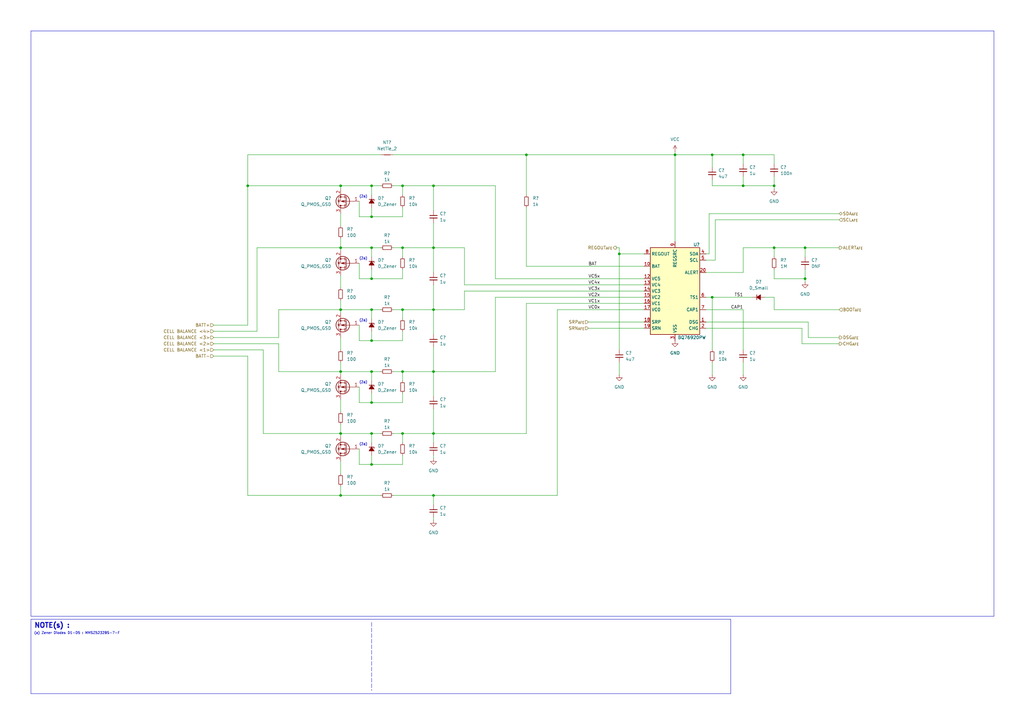
<source format=kicad_sch>
(kicad_sch (version 20230121) (generator eeschema)

  (uuid ba98c46b-85a2-48b9-8185-10c9c31847f4)

  (paper "A3")

  (title_block
    (title "Vulkan Minotaur")
    (date "2023-11-12")
    (rev "A")
    (company "Open Software Release")
    (comment 1 "Author : OBI-01")
    (comment 2 "Release Mod : Development")
    (comment 3 "Release License : TBD")
    (comment 4 "Release Type : Open Source")
    (comment 5 "Version Controlled : YES")
  )

  (lib_symbols
    (symbol "Battery_Management:BQ76920PW" (in_bom yes) (on_board yes)
      (property "Reference" "U" (at -10.16 19.05 0)
        (effects (font (size 1.27 1.27)) (justify left))
      )
      (property "Value" "BQ76920PW" (at 12.7 19.05 0)
        (effects (font (size 1.27 1.27)) (justify right))
      )
      (property "Footprint" "Package_SO:TSSOP-20_4.4x6.5mm_P0.65mm" (at 22.86 -19.05 0)
        (effects (font (size 1.27 1.27)) hide)
      )
      (property "Datasheet" "http://www.ti.com/lit/ds/symlink/bq76920.pdf" (at 17.78 13.97 0)
        (effects (font (size 1.27 1.27)) hide)
      )
      (property "ki_keywords" "lithium battery balance charge afe" (at 0 0 0)
        (effects (font (size 1.27 1.27)) hide)
      )
      (property "ki_description" "Lithium battery monitor, 3-5 cells, integrated balancing, I2C interface, TSSOP-20" (at 0 0 0)
        (effects (font (size 1.27 1.27)) hide)
      )
      (property "ki_fp_filters" "TSSOP*4.4x6.5mm*P0.65mm*" (at 0 0 0)
        (effects (font (size 1.27 1.27)) hide)
      )
      (symbol "BQ76920PW_0_1"
        (rectangle (start -10.16 17.78) (end 10.16 -17.78)
          (stroke (width 0.254) (type default))
          (fill (type background))
        )
      )
      (symbol "BQ76920PW_1_0"
        (pin input line (at 12.7 10.16 180) (length 2.54)
          (name "BAT" (effects (font (size 1.27 1.27))))
          (number "10" (effects (font (size 1.27 1.27))))
        )
        (pin no_connect line (at -2.54 -17.78 90) (length 2.54) hide
          (name "NC" (effects (font (size 1.27 1.27))))
          (number "11" (effects (font (size 1.27 1.27))))
        )
        (pin input line (at 12.7 5.08 180) (length 2.54)
          (name "VC5" (effects (font (size 1.27 1.27))))
          (number "12" (effects (font (size 1.27 1.27))))
        )
        (pin input line (at 12.7 2.54 180) (length 2.54)
          (name "VC4" (effects (font (size 1.27 1.27))))
          (number "13" (effects (font (size 1.27 1.27))))
        )
        (pin input line (at 12.7 0 180) (length 2.54)
          (name "VC3" (effects (font (size 1.27 1.27))))
          (number "14" (effects (font (size 1.27 1.27))))
        )
        (pin input line (at 12.7 -2.54 180) (length 2.54)
          (name "VC2" (effects (font (size 1.27 1.27))))
          (number "15" (effects (font (size 1.27 1.27))))
        )
        (pin input line (at 12.7 -5.08 180) (length 2.54)
          (name "VC1" (effects (font (size 1.27 1.27))))
          (number "16" (effects (font (size 1.27 1.27))))
        )
        (pin input line (at 12.7 -7.62 180) (length 2.54)
          (name "VC0" (effects (font (size 1.27 1.27))))
          (number "17" (effects (font (size 1.27 1.27))))
        )
        (pin input line (at 12.7 -12.7 180) (length 2.54)
          (name "SRP" (effects (font (size 1.27 1.27))))
          (number "18" (effects (font (size 1.27 1.27))))
        )
        (pin input line (at 12.7 -15.24 180) (length 2.54)
          (name "SRN" (effects (font (size 1.27 1.27))))
          (number "19" (effects (font (size 1.27 1.27))))
        )
        (pin bidirectional line (at -12.7 7.62 0) (length 2.54)
          (name "ALERT" (effects (font (size 1.27 1.27))))
          (number "20" (effects (font (size 1.27 1.27))))
        )
        (pin passive line (at -12.7 -2.54 0) (length 2.54)
          (name "TS1" (effects (font (size 1.27 1.27))))
          (number "6" (effects (font (size 1.27 1.27))))
        )
        (pin passive line (at -12.7 -7.62 0) (length 2.54)
          (name "CAP1" (effects (font (size 1.27 1.27))))
          (number "7" (effects (font (size 1.27 1.27))))
        )
        (pin power_out line (at 12.7 15.24 180) (length 2.54)
          (name "REGOUT" (effects (font (size 1.27 1.27))))
          (number "8" (effects (font (size 1.27 1.27))))
        )
        (pin power_in line (at 0 20.32 270) (length 2.54)
          (name "REGSRC" (effects (font (size 1.27 1.27))))
          (number "9" (effects (font (size 1.27 1.27))))
        )
      )
      (symbol "BQ76920PW_1_1"
        (pin output line (at -12.7 -12.7 0) (length 2.54)
          (name "DSG" (effects (font (size 1.27 1.27))))
          (number "1" (effects (font (size 1.27 1.27))))
        )
        (pin output line (at -12.7 -15.24 0) (length 2.54)
          (name "CHG" (effects (font (size 1.27 1.27))))
          (number "2" (effects (font (size 1.27 1.27))))
        )
        (pin power_in line (at 0 -20.32 90) (length 2.54)
          (name "VSS" (effects (font (size 1.27 1.27))))
          (number "3" (effects (font (size 1.27 1.27))))
        )
        (pin bidirectional line (at -12.7 15.24 0) (length 2.54)
          (name "SDA" (effects (font (size 1.27 1.27))))
          (number "4" (effects (font (size 1.27 1.27))))
        )
        (pin input line (at -12.7 12.7 0) (length 2.54)
          (name "SCL" (effects (font (size 1.27 1.27))))
          (number "5" (effects (font (size 1.27 1.27))))
        )
      )
    )
    (symbol "Device:C_Small" (pin_numbers hide) (pin_names (offset 0.254) hide) (in_bom yes) (on_board yes)
      (property "Reference" "C" (at 0.254 1.778 0)
        (effects (font (size 1.27 1.27)) (justify left))
      )
      (property "Value" "C_Small" (at 0.254 -2.032 0)
        (effects (font (size 1.27 1.27)) (justify left))
      )
      (property "Footprint" "" (at 0 0 0)
        (effects (font (size 1.27 1.27)) hide)
      )
      (property "Datasheet" "~" (at 0 0 0)
        (effects (font (size 1.27 1.27)) hide)
      )
      (property "ki_keywords" "capacitor cap" (at 0 0 0)
        (effects (font (size 1.27 1.27)) hide)
      )
      (property "ki_description" "Unpolarized capacitor, small symbol" (at 0 0 0)
        (effects (font (size 1.27 1.27)) hide)
      )
      (property "ki_fp_filters" "C_*" (at 0 0 0)
        (effects (font (size 1.27 1.27)) hide)
      )
      (symbol "C_Small_0_1"
        (polyline
          (pts
            (xy -1.524 -0.508)
            (xy 1.524 -0.508)
          )
          (stroke (width 0.3302) (type default))
          (fill (type none))
        )
        (polyline
          (pts
            (xy -1.524 0.508)
            (xy 1.524 0.508)
          )
          (stroke (width 0.3048) (type default))
          (fill (type none))
        )
      )
      (symbol "C_Small_1_1"
        (pin passive line (at 0 2.54 270) (length 2.032)
          (name "~" (effects (font (size 1.27 1.27))))
          (number "1" (effects (font (size 1.27 1.27))))
        )
        (pin passive line (at 0 -2.54 90) (length 2.032)
          (name "~" (effects (font (size 1.27 1.27))))
          (number "2" (effects (font (size 1.27 1.27))))
        )
      )
    )
    (symbol "Device:D_Small_Filled" (pin_numbers hide) (pin_names (offset 0.254) hide) (in_bom yes) (on_board yes)
      (property "Reference" "D" (at -1.27 2.032 0)
        (effects (font (size 1.27 1.27)) (justify left))
      )
      (property "Value" "D_Small_Filled" (at -3.81 -2.032 0)
        (effects (font (size 1.27 1.27)) (justify left))
      )
      (property "Footprint" "" (at 0 0 90)
        (effects (font (size 1.27 1.27)) hide)
      )
      (property "Datasheet" "~" (at 0 0 90)
        (effects (font (size 1.27 1.27)) hide)
      )
      (property "Sim.Device" "D" (at 0 0 0)
        (effects (font (size 1.27 1.27)) hide)
      )
      (property "Sim.Pins" "1=K 2=A" (at 0 0 0)
        (effects (font (size 1.27 1.27)) hide)
      )
      (property "ki_keywords" "diode" (at 0 0 0)
        (effects (font (size 1.27 1.27)) hide)
      )
      (property "ki_description" "Diode, small symbol, filled shape" (at 0 0 0)
        (effects (font (size 1.27 1.27)) hide)
      )
      (property "ki_fp_filters" "TO-???* *_Diode_* *SingleDiode* D_*" (at 0 0 0)
        (effects (font (size 1.27 1.27)) hide)
      )
      (symbol "D_Small_Filled_0_1"
        (polyline
          (pts
            (xy -0.762 -1.016)
            (xy -0.762 1.016)
          )
          (stroke (width 0.254) (type default))
          (fill (type none))
        )
        (polyline
          (pts
            (xy -0.762 0)
            (xy 0.762 0)
          )
          (stroke (width 0) (type default))
          (fill (type none))
        )
        (polyline
          (pts
            (xy 0.762 -1.016)
            (xy -0.762 0)
            (xy 0.762 1.016)
            (xy 0.762 -1.016)
          )
          (stroke (width 0.254) (type default))
          (fill (type outline))
        )
      )
      (symbol "D_Small_Filled_1_1"
        (pin passive line (at -2.54 0 0) (length 1.778)
          (name "K" (effects (font (size 1.27 1.27))))
          (number "1" (effects (font (size 1.27 1.27))))
        )
        (pin passive line (at 2.54 0 180) (length 1.778)
          (name "A" (effects (font (size 1.27 1.27))))
          (number "2" (effects (font (size 1.27 1.27))))
        )
      )
    )
    (symbol "Device:D_Zener_Small_Filled" (pin_numbers hide) (pin_names (offset 0.254) hide) (in_bom yes) (on_board yes)
      (property "Reference" "D" (at 0 2.286 0)
        (effects (font (size 1.27 1.27)))
      )
      (property "Value" "D_Zener_Small_Filled" (at 0 -2.286 0)
        (effects (font (size 1.27 1.27)))
      )
      (property "Footprint" "" (at 0 0 90)
        (effects (font (size 1.27 1.27)) hide)
      )
      (property "Datasheet" "~" (at 0 0 90)
        (effects (font (size 1.27 1.27)) hide)
      )
      (property "ki_keywords" "diode" (at 0 0 0)
        (effects (font (size 1.27 1.27)) hide)
      )
      (property "ki_description" "Zener diode, small symbol, filled shape" (at 0 0 0)
        (effects (font (size 1.27 1.27)) hide)
      )
      (property "ki_fp_filters" "TO-???* *_Diode_* *SingleDiode* D_*" (at 0 0 0)
        (effects (font (size 1.27 1.27)) hide)
      )
      (symbol "D_Zener_Small_Filled_0_1"
        (polyline
          (pts
            (xy 0.762 0)
            (xy -0.762 0)
          )
          (stroke (width 0) (type default))
          (fill (type none))
        )
        (polyline
          (pts
            (xy -0.254 1.016)
            (xy -0.762 1.016)
            (xy -0.762 -1.016)
          )
          (stroke (width 0.254) (type default))
          (fill (type none))
        )
        (polyline
          (pts
            (xy 0.762 1.016)
            (xy -0.762 0)
            (xy 0.762 -1.016)
            (xy 0.762 1.016)
          )
          (stroke (width 0.254) (type default))
          (fill (type outline))
        )
      )
      (symbol "D_Zener_Small_Filled_1_1"
        (pin passive line (at -2.54 0 0) (length 1.778)
          (name "K" (effects (font (size 1.27 1.27))))
          (number "1" (effects (font (size 1.27 1.27))))
        )
        (pin passive line (at 2.54 0 180) (length 1.778)
          (name "A" (effects (font (size 1.27 1.27))))
          (number "2" (effects (font (size 1.27 1.27))))
        )
      )
    )
    (symbol "Device:NetTie_2" (pin_numbers hide) (pin_names (offset 0) hide) (in_bom no) (on_board yes)
      (property "Reference" "NT" (at 0 1.27 0)
        (effects (font (size 1.27 1.27)))
      )
      (property "Value" "NetTie_2" (at 0 -1.27 0)
        (effects (font (size 1.27 1.27)))
      )
      (property "Footprint" "" (at 0 0 0)
        (effects (font (size 1.27 1.27)) hide)
      )
      (property "Datasheet" "~" (at 0 0 0)
        (effects (font (size 1.27 1.27)) hide)
      )
      (property "ki_keywords" "net tie short" (at 0 0 0)
        (effects (font (size 1.27 1.27)) hide)
      )
      (property "ki_description" "Net tie, 2 pins" (at 0 0 0)
        (effects (font (size 1.27 1.27)) hide)
      )
      (property "ki_fp_filters" "Net*Tie*" (at 0 0 0)
        (effects (font (size 1.27 1.27)) hide)
      )
      (symbol "NetTie_2_0_1"
        (polyline
          (pts
            (xy -1.27 0)
            (xy 1.27 0)
          )
          (stroke (width 0.254) (type default))
          (fill (type none))
        )
      )
      (symbol "NetTie_2_1_1"
        (pin passive line (at -2.54 0 0) (length 2.54)
          (name "1" (effects (font (size 1.27 1.27))))
          (number "1" (effects (font (size 1.27 1.27))))
        )
        (pin passive line (at 2.54 0 180) (length 2.54)
          (name "2" (effects (font (size 1.27 1.27))))
          (number "2" (effects (font (size 1.27 1.27))))
        )
      )
    )
    (symbol "Device:Q_PMOS_GSD" (pin_names (offset 0) hide) (in_bom yes) (on_board yes)
      (property "Reference" "Q" (at 5.08 1.27 0)
        (effects (font (size 1.27 1.27)) (justify left))
      )
      (property "Value" "Q_PMOS_GSD" (at 5.08 -1.27 0)
        (effects (font (size 1.27 1.27)) (justify left))
      )
      (property "Footprint" "" (at 5.08 2.54 0)
        (effects (font (size 1.27 1.27)) hide)
      )
      (property "Datasheet" "~" (at 0 0 0)
        (effects (font (size 1.27 1.27)) hide)
      )
      (property "ki_keywords" "transistor PMOS P-MOS P-MOSFET" (at 0 0 0)
        (effects (font (size 1.27 1.27)) hide)
      )
      (property "ki_description" "P-MOSFET transistor, gate/source/drain" (at 0 0 0)
        (effects (font (size 1.27 1.27)) hide)
      )
      (symbol "Q_PMOS_GSD_0_1"
        (polyline
          (pts
            (xy 0.254 0)
            (xy -2.54 0)
          )
          (stroke (width 0) (type default))
          (fill (type none))
        )
        (polyline
          (pts
            (xy 0.254 1.905)
            (xy 0.254 -1.905)
          )
          (stroke (width 0.254) (type default))
          (fill (type none))
        )
        (polyline
          (pts
            (xy 0.762 -1.27)
            (xy 0.762 -2.286)
          )
          (stroke (width 0.254) (type default))
          (fill (type none))
        )
        (polyline
          (pts
            (xy 0.762 0.508)
            (xy 0.762 -0.508)
          )
          (stroke (width 0.254) (type default))
          (fill (type none))
        )
        (polyline
          (pts
            (xy 0.762 2.286)
            (xy 0.762 1.27)
          )
          (stroke (width 0.254) (type default))
          (fill (type none))
        )
        (polyline
          (pts
            (xy 2.54 2.54)
            (xy 2.54 1.778)
          )
          (stroke (width 0) (type default))
          (fill (type none))
        )
        (polyline
          (pts
            (xy 2.54 -2.54)
            (xy 2.54 0)
            (xy 0.762 0)
          )
          (stroke (width 0) (type default))
          (fill (type none))
        )
        (polyline
          (pts
            (xy 0.762 1.778)
            (xy 3.302 1.778)
            (xy 3.302 -1.778)
            (xy 0.762 -1.778)
          )
          (stroke (width 0) (type default))
          (fill (type none))
        )
        (polyline
          (pts
            (xy 2.286 0)
            (xy 1.27 0.381)
            (xy 1.27 -0.381)
            (xy 2.286 0)
          )
          (stroke (width 0) (type default))
          (fill (type outline))
        )
        (polyline
          (pts
            (xy 2.794 -0.508)
            (xy 2.921 -0.381)
            (xy 3.683 -0.381)
            (xy 3.81 -0.254)
          )
          (stroke (width 0) (type default))
          (fill (type none))
        )
        (polyline
          (pts
            (xy 3.302 -0.381)
            (xy 2.921 0.254)
            (xy 3.683 0.254)
            (xy 3.302 -0.381)
          )
          (stroke (width 0) (type default))
          (fill (type none))
        )
        (circle (center 1.651 0) (radius 2.794)
          (stroke (width 0.254) (type default))
          (fill (type none))
        )
        (circle (center 2.54 -1.778) (radius 0.254)
          (stroke (width 0) (type default))
          (fill (type outline))
        )
        (circle (center 2.54 1.778) (radius 0.254)
          (stroke (width 0) (type default))
          (fill (type outline))
        )
      )
      (symbol "Q_PMOS_GSD_1_1"
        (pin input line (at -5.08 0 0) (length 2.54)
          (name "G" (effects (font (size 1.27 1.27))))
          (number "1" (effects (font (size 1.27 1.27))))
        )
        (pin passive line (at 2.54 -5.08 90) (length 2.54)
          (name "S" (effects (font (size 1.27 1.27))))
          (number "2" (effects (font (size 1.27 1.27))))
        )
        (pin passive line (at 2.54 5.08 270) (length 2.54)
          (name "D" (effects (font (size 1.27 1.27))))
          (number "3" (effects (font (size 1.27 1.27))))
        )
      )
    )
    (symbol "Device:R_Small" (pin_numbers hide) (pin_names (offset 0.254) hide) (in_bom yes) (on_board yes)
      (property "Reference" "R" (at 0.762 0.508 0)
        (effects (font (size 1.27 1.27)) (justify left))
      )
      (property "Value" "R_Small" (at 0.762 -1.016 0)
        (effects (font (size 1.27 1.27)) (justify left))
      )
      (property "Footprint" "" (at 0 0 0)
        (effects (font (size 1.27 1.27)) hide)
      )
      (property "Datasheet" "~" (at 0 0 0)
        (effects (font (size 1.27 1.27)) hide)
      )
      (property "ki_keywords" "R resistor" (at 0 0 0)
        (effects (font (size 1.27 1.27)) hide)
      )
      (property "ki_description" "Resistor, small symbol" (at 0 0 0)
        (effects (font (size 1.27 1.27)) hide)
      )
      (property "ki_fp_filters" "R_*" (at 0 0 0)
        (effects (font (size 1.27 1.27)) hide)
      )
      (symbol "R_Small_0_1"
        (rectangle (start -0.762 1.778) (end 0.762 -1.778)
          (stroke (width 0.2032) (type default))
          (fill (type none))
        )
      )
      (symbol "R_Small_1_1"
        (pin passive line (at 0 2.54 270) (length 0.762)
          (name "~" (effects (font (size 1.27 1.27))))
          (number "1" (effects (font (size 1.27 1.27))))
        )
        (pin passive line (at 0 -2.54 90) (length 0.762)
          (name "~" (effects (font (size 1.27 1.27))))
          (number "2" (effects (font (size 1.27 1.27))))
        )
      )
    )
    (symbol "power:GND" (power) (pin_names (offset 0)) (in_bom yes) (on_board yes)
      (property "Reference" "#PWR" (at 0 -6.35 0)
        (effects (font (size 1.27 1.27)) hide)
      )
      (property "Value" "GND" (at 0 -3.81 0)
        (effects (font (size 1.27 1.27)))
      )
      (property "Footprint" "" (at 0 0 0)
        (effects (font (size 1.27 1.27)) hide)
      )
      (property "Datasheet" "" (at 0 0 0)
        (effects (font (size 1.27 1.27)) hide)
      )
      (property "ki_keywords" "global power" (at 0 0 0)
        (effects (font (size 1.27 1.27)) hide)
      )
      (property "ki_description" "Power symbol creates a global label with name \"GND\" , ground" (at 0 0 0)
        (effects (font (size 1.27 1.27)) hide)
      )
      (symbol "GND_0_1"
        (polyline
          (pts
            (xy 0 0)
            (xy 0 -1.27)
            (xy 1.27 -1.27)
            (xy 0 -2.54)
            (xy -1.27 -1.27)
            (xy 0 -1.27)
          )
          (stroke (width 0) (type default))
          (fill (type none))
        )
      )
      (symbol "GND_1_1"
        (pin power_in line (at 0 0 270) (length 0) hide
          (name "GND" (effects (font (size 1.27 1.27))))
          (number "1" (effects (font (size 1.27 1.27))))
        )
      )
    )
    (symbol "power:VCC" (power) (pin_names (offset 0)) (in_bom yes) (on_board yes)
      (property "Reference" "#PWR" (at 0 -3.81 0)
        (effects (font (size 1.27 1.27)) hide)
      )
      (property "Value" "VCC" (at 0 3.81 0)
        (effects (font (size 1.27 1.27)))
      )
      (property "Footprint" "" (at 0 0 0)
        (effects (font (size 1.27 1.27)) hide)
      )
      (property "Datasheet" "" (at 0 0 0)
        (effects (font (size 1.27 1.27)) hide)
      )
      (property "ki_keywords" "global power" (at 0 0 0)
        (effects (font (size 1.27 1.27)) hide)
      )
      (property "ki_description" "Power symbol creates a global label with name \"VCC\"" (at 0 0 0)
        (effects (font (size 1.27 1.27)) hide)
      )
      (symbol "VCC_0_1"
        (polyline
          (pts
            (xy -0.762 1.27)
            (xy 0 2.54)
          )
          (stroke (width 0) (type default))
          (fill (type none))
        )
        (polyline
          (pts
            (xy 0 0)
            (xy 0 2.54)
          )
          (stroke (width 0) (type default))
          (fill (type none))
        )
        (polyline
          (pts
            (xy 0 2.54)
            (xy 0.762 1.27)
          )
          (stroke (width 0) (type default))
          (fill (type none))
        )
      )
      (symbol "VCC_1_1"
        (pin power_in line (at 0 0 90) (length 0) hide
          (name "VCC" (effects (font (size 1.27 1.27))))
          (number "1" (effects (font (size 1.27 1.27))))
        )
      )
    )
  )

  (junction (at 330.2 101.6) (diameter 0) (color 0 0 0 0)
    (uuid 089be466-089a-4631-bed1-1420ccdf143b)
  )
  (junction (at 152.4 152.4) (diameter 0) (color 0 0 0 0)
    (uuid 1345fa8e-68a2-414e-8773-f4ef278a2c76)
  )
  (junction (at 139.7 76.2) (diameter 0) (color 0 0 0 0)
    (uuid 14932d93-ef88-4099-8fd9-ec70ae21e5aa)
  )
  (junction (at 139.7 152.4) (diameter 0) (color 0 0 0 0)
    (uuid 1735e6ba-962d-468c-8bc5-5a2cb1014f4d)
  )
  (junction (at 177.8 76.2) (diameter 0) (color 0 0 0 0)
    (uuid 178c1993-1475-43fa-9300-e2176c3d9a4f)
  )
  (junction (at 101.6 76.2) (diameter 0) (color 0 0 0 0)
    (uuid 28a5d2f4-fedc-4ce7-ad7b-ede683254af4)
  )
  (junction (at 165.1 127) (diameter 0) (color 0 0 0 0)
    (uuid 2997f6d7-0462-491e-9b03-a47d5bd072bd)
  )
  (junction (at 292.1 63.5) (diameter 0) (color 0 0 0 0)
    (uuid 3ab9f913-e5cf-4ea6-adf1-36ac6ed7d3f6)
  )
  (junction (at 165.1 152.4) (diameter 0) (color 0 0 0 0)
    (uuid 5646a779-a7db-40e2-a539-a186031162db)
  )
  (junction (at 317.5 101.6) (diameter 0) (color 0 0 0 0)
    (uuid 57dc99e3-f338-4d1f-85b8-b3103461f418)
  )
  (junction (at 317.5 76.2) (diameter 0) (color 0 0 0 0)
    (uuid 643952c6-7af0-49f0-98a9-63618e0746b4)
  )
  (junction (at 139.7 177.8) (diameter 0) (color 0 0 0 0)
    (uuid 6945090d-50e2-4029-82e0-347539cafff5)
  )
  (junction (at 177.8 203.2) (diameter 0) (color 0 0 0 0)
    (uuid 6d4dee4c-65e2-439b-9149-706f824cc3a5)
  )
  (junction (at 276.86 63.5) (diameter 0) (color 0 0 0 0)
    (uuid 6e1bc4ff-03ab-4d05-aa6f-7bfb6c8ee305)
  )
  (junction (at 152.4 190.5) (diameter 0) (color 0 0 0 0)
    (uuid 744aa405-be01-470a-8e2d-d6185b353447)
  )
  (junction (at 330.2 114.3) (diameter 0) (color 0 0 0 0)
    (uuid 758f55ef-19d6-402e-a098-9fc772fce82c)
  )
  (junction (at 152.4 101.6) (diameter 0) (color 0 0 0 0)
    (uuid 7cf0dbb5-0122-4657-b688-7e49409bc852)
  )
  (junction (at 177.8 177.8) (diameter 0) (color 0 0 0 0)
    (uuid 83b7fbf1-64a3-4f47-8b11-cc579c754a8f)
  )
  (junction (at 254 104.14) (diameter 0) (color 0 0 0 0)
    (uuid 853dc6fe-7801-4cb1-8ed9-dd0dcc8ac9f4)
  )
  (junction (at 139.7 203.2) (diameter 0) (color 0 0 0 0)
    (uuid 8641a4d3-5863-436b-948c-abcfde08e199)
  )
  (junction (at 152.4 88.9) (diameter 0) (color 0 0 0 0)
    (uuid 8709844f-4cfa-4c67-a766-3db429c45271)
  )
  (junction (at 152.4 76.2) (diameter 0) (color 0 0 0 0)
    (uuid 879c9683-b86d-41bc-b4f3-a73e572e82f3)
  )
  (junction (at 165.1 177.8) (diameter 0) (color 0 0 0 0)
    (uuid 8916f512-ff59-4df0-9c7a-71f6993963de)
  )
  (junction (at 304.8 76.2) (diameter 0) (color 0 0 0 0)
    (uuid 8da357b7-6835-4421-9283-39f44f0048bf)
  )
  (junction (at 139.7 101.6) (diameter 0) (color 0 0 0 0)
    (uuid 8e893ede-477c-458e-8033-1acf1ab8e8ae)
  )
  (junction (at 292.1 121.92) (diameter 0) (color 0 0 0 0)
    (uuid 9e4b33fb-6341-4209-9fda-bbf39c0bed01)
  )
  (junction (at 177.8 101.6) (diameter 0) (color 0 0 0 0)
    (uuid a6bb0983-dda2-4fd4-9570-aad8c87294a6)
  )
  (junction (at 165.1 101.6) (diameter 0) (color 0 0 0 0)
    (uuid bc9ed53b-001e-44b1-a8f7-c5cc9d37ba62)
  )
  (junction (at 139.7 127) (diameter 0) (color 0 0 0 0)
    (uuid c79742b0-1101-4b6f-afa3-d17446bf82cb)
  )
  (junction (at 215.9 63.5) (diameter 0) (color 0 0 0 0)
    (uuid c7d04756-dd61-4594-933d-016ce0333710)
  )
  (junction (at 165.1 76.2) (diameter 0) (color 0 0 0 0)
    (uuid c85aa377-65df-4003-95d8-b7b8704b01da)
  )
  (junction (at 177.8 152.4) (diameter 0) (color 0 0 0 0)
    (uuid cb4660fe-e6d4-4a6c-a758-9d48a3131baf)
  )
  (junction (at 152.4 177.8) (diameter 0) (color 0 0 0 0)
    (uuid cc7e666b-fd13-4366-9430-29d25df205e3)
  )
  (junction (at 177.8 127) (diameter 0) (color 0 0 0 0)
    (uuid d48c704c-6080-4eea-bf6e-077773c7da7a)
  )
  (junction (at 152.4 165.1) (diameter 0) (color 0 0 0 0)
    (uuid e30131f4-492a-4029-9cd0-187efaee6d03)
  )
  (junction (at 304.8 63.5) (diameter 0) (color 0 0 0 0)
    (uuid f27b97a4-d141-4e70-a08d-9fb6a7cf4cfb)
  )
  (junction (at 152.4 127) (diameter 0) (color 0 0 0 0)
    (uuid f7e102e1-d463-47b7-b6a6-2a1205e86541)
  )
  (junction (at 152.4 139.7) (diameter 0) (color 0 0 0 0)
    (uuid fe3bc5a3-4f40-429c-9637-83e82d0a0e84)
  )
  (junction (at 152.4 114.3) (diameter 0) (color 0 0 0 0)
    (uuid fe8c3a18-641b-4c5d-8ab1-e475d1358cf9)
  )

  (wire (pts (xy 161.29 152.4) (xy 165.1 152.4))
    (stroke (width 0) (type default))
    (uuid 000740f6-96bf-4032-8f5a-ea13553a911c)
  )
  (wire (pts (xy 139.7 177.8) (xy 107.95 177.8))
    (stroke (width 0) (type default))
    (uuid 001998d8-93f4-4938-855b-8da9df19413b)
  )
  (wire (pts (xy 317.5 121.92) (xy 317.5 127))
    (stroke (width 0) (type default))
    (uuid 06162502-5529-4460-8b84-95598bd33290)
  )
  (wire (pts (xy 292.1 148.59) (xy 292.1 153.67))
    (stroke (width 0) (type default))
    (uuid 0763ddb2-7f8e-478c-bff2-dac4f5e959bb)
  )
  (wire (pts (xy 317.5 76.2) (xy 317.5 77.47))
    (stroke (width 0) (type default))
    (uuid 0772a0bb-b226-4183-b507-800cdef14b8a)
  )
  (wire (pts (xy 139.7 173.99) (xy 139.7 177.8))
    (stroke (width 0) (type default))
    (uuid 090d59c6-c9de-495b-9402-14d145bce095)
  )
  (wire (pts (xy 139.7 199.39) (xy 139.7 203.2))
    (stroke (width 0) (type default))
    (uuid 09ab9f04-f354-4ab9-8286-2a35ef65d94c)
  )
  (wire (pts (xy 330.2 110.49) (xy 330.2 114.3))
    (stroke (width 0) (type default))
    (uuid 09bbeb6c-d711-4282-bea8-f580d9c84337)
  )
  (wire (pts (xy 254 101.6) (xy 254 104.14))
    (stroke (width 0) (type default))
    (uuid 0a314f8d-ab0f-4c84-b053-c651a52a6ffb)
  )
  (wire (pts (xy 152.4 152.4) (xy 152.4 156.21))
    (stroke (width 0) (type default))
    (uuid 0b80563b-84d2-4c4d-b29e-87890e23d76d)
  )
  (wire (pts (xy 228.6 127) (xy 264.16 127))
    (stroke (width 0) (type default))
    (uuid 0c042058-3238-4cf6-aa60-c180165147ef)
  )
  (wire (pts (xy 317.5 101.6) (xy 317.5 105.41))
    (stroke (width 0) (type default))
    (uuid 0df22262-3026-46be-9bf9-60eff1f5be29)
  )
  (wire (pts (xy 304.8 101.6) (xy 304.8 111.76))
    (stroke (width 0) (type default))
    (uuid 0fcd6c41-5880-41be-8eb7-ba40de26a3e9)
  )
  (wire (pts (xy 165.1 152.4) (xy 165.1 156.21))
    (stroke (width 0) (type default))
    (uuid 11101b66-5c5a-4ef5-a4ae-df3242e21e96)
  )
  (wire (pts (xy 101.6 203.2) (xy 139.7 203.2))
    (stroke (width 0) (type default))
    (uuid 1434432e-f6a6-4a80-84bd-d83e7c5d1bfc)
  )
  (wire (pts (xy 101.6 76.2) (xy 139.7 76.2))
    (stroke (width 0) (type default))
    (uuid 1556962b-3c0b-42a7-89cd-4b621a30d344)
  )
  (wire (pts (xy 289.56 134.62) (xy 328.93 134.62))
    (stroke (width 0) (type default))
    (uuid 165858fd-52b4-4211-a20a-d05cc1ea82ef)
  )
  (wire (pts (xy 147.32 114.3) (xy 152.4 114.3))
    (stroke (width 0) (type default))
    (uuid 18dedcfe-c849-44ec-aec2-ca32340ec4ca)
  )
  (wire (pts (xy 152.4 114.3) (xy 165.1 114.3))
    (stroke (width 0) (type default))
    (uuid 1a1c8536-8a65-4378-aedb-0801f1162dc0)
  )
  (wire (pts (xy 165.1 101.6) (xy 177.8 101.6))
    (stroke (width 0) (type default))
    (uuid 1a5bc398-7764-4c75-8924-f58a6d977b17)
  )
  (wire (pts (xy 190.5 119.38) (xy 264.16 119.38))
    (stroke (width 0) (type default))
    (uuid 1daf3966-35df-430f-928f-309cb2cee384)
  )
  (wire (pts (xy 215.9 124.46) (xy 215.9 177.8))
    (stroke (width 0) (type default))
    (uuid 1ee1c6b8-3419-4aa2-a497-488c20ca42ed)
  )
  (wire (pts (xy 177.8 142.24) (xy 177.8 152.4))
    (stroke (width 0) (type default))
    (uuid 26569304-8b48-4050-ad82-aaccf4261417)
  )
  (wire (pts (xy 152.4 152.4) (xy 156.21 152.4))
    (stroke (width 0) (type default))
    (uuid 27a7d53f-c4e6-4f68-a864-6707f5a6f792)
  )
  (wire (pts (xy 87.63 140.97) (xy 114.3 140.97))
    (stroke (width 0) (type default))
    (uuid 27f5fabb-f6a0-483a-b7a3-40352a3cac31)
  )
  (wire (pts (xy 152.4 76.2) (xy 156.21 76.2))
    (stroke (width 0) (type default))
    (uuid 2863592b-8fbd-490d-b136-d4111d0aac48)
  )
  (wire (pts (xy 147.32 184.15) (xy 147.32 190.5))
    (stroke (width 0) (type default))
    (uuid 29d6fb37-29d6-4ecc-ac41-e39c6027c6cd)
  )
  (wire (pts (xy 101.6 146.05) (xy 101.6 203.2))
    (stroke (width 0) (type default))
    (uuid 2b8c24d2-079c-488f-8e51-04c545da9d66)
  )
  (wire (pts (xy 152.4 110.49) (xy 152.4 114.3))
    (stroke (width 0) (type default))
    (uuid 2c7470d4-86d4-4cdb-89e4-495e7e256574)
  )
  (polyline (pts (xy 299.72 254) (xy 12.7 254))
    (stroke (width 0) (type default))
    (uuid 2cb2baf1-2e52-4ebd-8235-3ea8da616747)
  )

  (wire (pts (xy 161.29 76.2) (xy 165.1 76.2))
    (stroke (width 0) (type default))
    (uuid 2d459e99-9ef6-4b54-813a-5b9a739b3ecb)
  )
  (wire (pts (xy 139.7 138.43) (xy 139.7 143.51))
    (stroke (width 0) (type default))
    (uuid 2ebc1252-d6a1-4c74-9800-8b08a39eace6)
  )
  (wire (pts (xy 289.56 132.08) (xy 331.47 132.08))
    (stroke (width 0) (type default))
    (uuid 2f3124a8-41bb-4e28-b91c-0b051fb51158)
  )
  (wire (pts (xy 215.9 85.09) (xy 215.9 109.22))
    (stroke (width 0) (type default))
    (uuid 32aa51de-66f4-4411-97a5-7ba7cf740be4)
  )
  (wire (pts (xy 330.2 101.6) (xy 330.2 105.41))
    (stroke (width 0) (type default))
    (uuid 32e52d02-f6b5-45a9-bc8e-0951efe04259)
  )
  (wire (pts (xy 331.47 138.43) (xy 344.17 138.43))
    (stroke (width 0) (type default))
    (uuid 331d8f6e-02a8-4e36-8b73-354e9932c0c6)
  )
  (wire (pts (xy 304.8 148.59) (xy 304.8 153.67))
    (stroke (width 0) (type default))
    (uuid 34952c67-7471-4319-92df-e53e8524a662)
  )
  (polyline (pts (xy 12.7 254) (xy 12.7 284.48))
    (stroke (width 0) (type default))
    (uuid 36b5dfa8-c635-4b83-9065-3ff72f37065b)
  )

  (wire (pts (xy 101.6 76.2) (xy 101.6 133.35))
    (stroke (width 0) (type default))
    (uuid 36b8f6ca-7a4f-44fe-9d7e-89452f7744d9)
  )
  (wire (pts (xy 147.32 165.1) (xy 152.4 165.1))
    (stroke (width 0) (type default))
    (uuid 3940108e-1bf7-440e-bf3a-6bf103d416d2)
  )
  (wire (pts (xy 87.63 135.89) (xy 105.41 135.89))
    (stroke (width 0) (type default))
    (uuid 3ac6c921-64c7-4cf6-81ee-bed5b9fa52bf)
  )
  (wire (pts (xy 101.6 63.5) (xy 156.21 63.5))
    (stroke (width 0) (type default))
    (uuid 3c0e1986-8a44-4d59-900e-a543484e904f)
  )
  (wire (pts (xy 317.5 110.49) (xy 317.5 114.3))
    (stroke (width 0) (type default))
    (uuid 3ebd0b50-10fb-45fe-a6aa-b4fa7fc7eb9a)
  )
  (wire (pts (xy 313.69 121.92) (xy 317.5 121.92))
    (stroke (width 0) (type default))
    (uuid 3ed1a6fd-ca9e-4204-b6b3-d8b87f679090)
  )
  (wire (pts (xy 147.32 88.9) (xy 152.4 88.9))
    (stroke (width 0) (type default))
    (uuid 3f448f8b-f4a9-40ce-852c-0578d43636fb)
  )
  (wire (pts (xy 177.8 76.2) (xy 203.2 76.2))
    (stroke (width 0) (type default))
    (uuid 4076f725-0738-4b65-9d6f-1e6d393fca12)
  )
  (wire (pts (xy 152.4 190.5) (xy 165.1 190.5))
    (stroke (width 0) (type default))
    (uuid 416eb37b-9a7d-47b1-a3b8-9bf477400b72)
  )
  (wire (pts (xy 139.7 177.8) (xy 139.7 179.07))
    (stroke (width 0) (type default))
    (uuid 419d52e4-5aa2-44ac-9c1d-615d31c66242)
  )
  (wire (pts (xy 177.8 177.8) (xy 177.8 181.61))
    (stroke (width 0) (type default))
    (uuid 41a30881-6508-4470-a417-85ae3a2beb90)
  )
  (wire (pts (xy 105.41 101.6) (xy 139.7 101.6))
    (stroke (width 0) (type default))
    (uuid 43709bea-c80a-4a07-8beb-1847a39480df)
  )
  (wire (pts (xy 139.7 101.6) (xy 152.4 101.6))
    (stroke (width 0) (type default))
    (uuid 456f6f91-b7e2-44d2-b70e-228f973713d6)
  )
  (wire (pts (xy 152.4 186.69) (xy 152.4 190.5))
    (stroke (width 0) (type default))
    (uuid 459dcc60-9648-4c23-a592-a47b9a32348a)
  )
  (wire (pts (xy 289.56 111.76) (xy 304.8 111.76))
    (stroke (width 0) (type default))
    (uuid 45c27f50-e221-4e2f-bba2-484210aa268d)
  )
  (wire (pts (xy 87.63 143.51) (xy 107.95 143.51))
    (stroke (width 0) (type default))
    (uuid 46eaf718-3ec4-4ed5-bd11-55b403e4ebb1)
  )
  (wire (pts (xy 139.7 123.19) (xy 139.7 127))
    (stroke (width 0) (type default))
    (uuid 477d6821-90f6-4860-a72f-0b60859fe79b)
  )
  (polyline (pts (xy 407.67 252.73) (xy 407.67 12.7))
    (stroke (width 0) (type default))
    (uuid 4915d874-ae34-41da-b368-bd05460352f0)
  )

  (wire (pts (xy 317.5 101.6) (xy 304.8 101.6))
    (stroke (width 0) (type default))
    (uuid 49a99708-b390-4ab3-bc90-28c4da35ea0e)
  )
  (wire (pts (xy 139.7 177.8) (xy 152.4 177.8))
    (stroke (width 0) (type default))
    (uuid 4a2f999e-5139-46b0-8eda-240c093ecca2)
  )
  (wire (pts (xy 147.32 139.7) (xy 152.4 139.7))
    (stroke (width 0) (type default))
    (uuid 4b53644b-6ceb-497d-87ef-e1959a757bc3)
  )
  (wire (pts (xy 165.1 177.8) (xy 165.1 181.61))
    (stroke (width 0) (type default))
    (uuid 4cd96270-c21c-44f6-846b-8d9357db5d9f)
  )
  (wire (pts (xy 203.2 121.92) (xy 203.2 152.4))
    (stroke (width 0) (type default))
    (uuid 4e32e954-b6af-4fb5-9c9b-1e85785b185d)
  )
  (wire (pts (xy 190.5 116.84) (xy 264.16 116.84))
    (stroke (width 0) (type default))
    (uuid 4ebd4546-5346-4d79-ab1e-520ed6763dc9)
  )
  (wire (pts (xy 152.4 127) (xy 156.21 127))
    (stroke (width 0) (type default))
    (uuid 4f6d6255-27fa-4947-ba6b-9c67323ac8f1)
  )
  (wire (pts (xy 292.1 76.2) (xy 304.8 76.2))
    (stroke (width 0) (type default))
    (uuid 4f77fa1e-01a1-4906-9383-ab36397eeddc)
  )
  (wire (pts (xy 289.56 121.92) (xy 292.1 121.92))
    (stroke (width 0) (type default))
    (uuid 4fec97a6-9562-4a71-b12d-377d2b22d883)
  )
  (wire (pts (xy 161.29 177.8) (xy 165.1 177.8))
    (stroke (width 0) (type default))
    (uuid 4ffa891f-4360-4ac6-b976-7b6eff5fef0f)
  )
  (wire (pts (xy 177.8 167.64) (xy 177.8 177.8))
    (stroke (width 0) (type default))
    (uuid 51ba4a1e-309e-4a77-9792-ec3c2a5f1507)
  )
  (wire (pts (xy 139.7 76.2) (xy 152.4 76.2))
    (stroke (width 0) (type default))
    (uuid 5225360f-a1a7-4ac6-abce-8d1826c39322)
  )
  (wire (pts (xy 177.8 116.84) (xy 177.8 127))
    (stroke (width 0) (type default))
    (uuid 531183f0-a068-4a4a-be82-e19ce8c53179)
  )
  (wire (pts (xy 330.2 114.3) (xy 330.2 115.57))
    (stroke (width 0) (type default))
    (uuid 55c3a5f0-8004-4cef-909e-0eb4c22da0d1)
  )
  (wire (pts (xy 215.9 63.5) (xy 276.86 63.5))
    (stroke (width 0) (type default))
    (uuid 56d310c3-f39c-469a-9e42-f9f809dac806)
  )
  (wire (pts (xy 152.4 165.1) (xy 165.1 165.1))
    (stroke (width 0) (type default))
    (uuid 5903ec3a-a756-417a-9e80-1bf023d1d17c)
  )
  (wire (pts (xy 152.4 101.6) (xy 156.21 101.6))
    (stroke (width 0) (type default))
    (uuid 59c6e2d6-5140-4081-bb65-4cadc0c8ee2b)
  )
  (wire (pts (xy 276.86 62.23) (xy 276.86 63.5))
    (stroke (width 0) (type default))
    (uuid 5be2698a-d2ac-4a18-845e-690e49ffa72e)
  )
  (wire (pts (xy 289.56 104.14) (xy 290.83 104.14))
    (stroke (width 0) (type default))
    (uuid 5e9b96df-9256-4ed3-a9dd-5318c5071fec)
  )
  (wire (pts (xy 161.29 203.2) (xy 177.8 203.2))
    (stroke (width 0) (type default))
    (uuid 5eef806d-bfef-402b-bf50-5f7bb9726190)
  )
  (wire (pts (xy 177.8 91.44) (xy 177.8 101.6))
    (stroke (width 0) (type default))
    (uuid 5fe1ad5f-9626-433d-a544-f49bbcf26b96)
  )
  (wire (pts (xy 152.4 139.7) (xy 165.1 139.7))
    (stroke (width 0) (type default))
    (uuid 611c1936-72f0-451f-8893-14f3988c7344)
  )
  (wire (pts (xy 177.8 186.69) (xy 177.8 187.96))
    (stroke (width 0) (type default))
    (uuid 6286a274-f1f3-4ea6-ba34-360b86a94ba6)
  )
  (wire (pts (xy 161.29 101.6) (xy 165.1 101.6))
    (stroke (width 0) (type default))
    (uuid 62acb3cb-8955-4f3c-9280-038a50f210f6)
  )
  (polyline (pts (xy 12.7 284.48) (xy 299.72 284.48))
    (stroke (width 0) (type default))
    (uuid 62e5adae-344a-487c-9eca-872569505f9d)
  )

  (wire (pts (xy 177.8 127) (xy 177.8 137.16))
    (stroke (width 0) (type default))
    (uuid 640a82d3-ed81-4e9c-aade-03bae156d7a9)
  )
  (wire (pts (xy 139.7 101.6) (xy 139.7 102.87))
    (stroke (width 0) (type default))
    (uuid 64ef9fbb-216a-4a96-ad1c-83e88fcd5a0e)
  )
  (wire (pts (xy 177.8 212.09) (xy 177.8 213.36))
    (stroke (width 0) (type default))
    (uuid 6515da34-446d-4f80-b324-bd43dec6afe7)
  )
  (wire (pts (xy 139.7 127) (xy 139.7 128.27))
    (stroke (width 0) (type default))
    (uuid 66946a17-5844-4610-bb3e-c1a49590f076)
  )
  (wire (pts (xy 161.29 63.5) (xy 215.9 63.5))
    (stroke (width 0) (type default))
    (uuid 66c66ff4-a604-40dd-ac6f-63840485a121)
  )
  (wire (pts (xy 177.8 203.2) (xy 177.8 207.01))
    (stroke (width 0) (type default))
    (uuid 67e428c1-61fe-4bf4-b9eb-d966a1d754bd)
  )
  (wire (pts (xy 161.29 127) (xy 165.1 127))
    (stroke (width 0) (type default))
    (uuid 6821ba2b-a3fb-45ca-b03f-d9e6642bd5fb)
  )
  (wire (pts (xy 292.1 73.66) (xy 292.1 76.2))
    (stroke (width 0) (type default))
    (uuid 698498d0-0fba-4624-8f68-a44cc8350043)
  )
  (wire (pts (xy 165.1 177.8) (xy 177.8 177.8))
    (stroke (width 0) (type default))
    (uuid 699bb4c7-dffa-487b-811e-e07955e5b7af)
  )
  (wire (pts (xy 139.7 76.2) (xy 139.7 77.47))
    (stroke (width 0) (type default))
    (uuid 6bf0f404-e0e6-41a9-bed5-673266e31821)
  )
  (wire (pts (xy 177.8 177.8) (xy 215.9 177.8))
    (stroke (width 0) (type default))
    (uuid 6d1d7aec-dc07-4bf5-afa0-dc1f30c69d2c)
  )
  (wire (pts (xy 292.1 121.92) (xy 292.1 143.51))
    (stroke (width 0) (type default))
    (uuid 6ec7d8e4-6ee3-4b0b-a9a7-35354954601d)
  )
  (wire (pts (xy 330.2 101.6) (xy 344.17 101.6))
    (stroke (width 0) (type default))
    (uuid 6fbccb7e-f7d3-4209-87c2-f26436273108)
  )
  (wire (pts (xy 304.8 72.39) (xy 304.8 76.2))
    (stroke (width 0) (type default))
    (uuid 767e7316-ea53-40da-a182-84425b3995be)
  )
  (wire (pts (xy 114.3 127) (xy 114.3 138.43))
    (stroke (width 0) (type default))
    (uuid 7963f863-c810-4b1c-8677-9e1230e044d1)
  )
  (wire (pts (xy 289.56 127) (xy 304.8 127))
    (stroke (width 0) (type default))
    (uuid 7ac0a28c-16a8-4665-a9d6-570f1f31bd5e)
  )
  (wire (pts (xy 203.2 76.2) (xy 203.2 114.3))
    (stroke (width 0) (type default))
    (uuid 7b0b6d7e-6c83-4974-a83e-d204102c7db1)
  )
  (wire (pts (xy 165.1 76.2) (xy 177.8 76.2))
    (stroke (width 0) (type default))
    (uuid 7c0a6b50-9e00-4f7e-a957-5fbfc4a91ff2)
  )
  (wire (pts (xy 114.3 127) (xy 139.7 127))
    (stroke (width 0) (type default))
    (uuid 80b86516-5fc6-42d5-95fc-2bb2cba90a4c)
  )
  (wire (pts (xy 254 104.14) (xy 254 143.51))
    (stroke (width 0) (type default))
    (uuid 8300faf8-6004-444e-96b2-b5955762e886)
  )
  (wire (pts (xy 87.63 146.05) (xy 101.6 146.05))
    (stroke (width 0) (type default))
    (uuid 85cc32f7-8044-407c-bcfe-5b11f86d23d0)
  )
  (wire (pts (xy 114.3 152.4) (xy 139.7 152.4))
    (stroke (width 0) (type default))
    (uuid 88daa0a8-3e92-4658-b22c-ea9d97bea3aa)
  )
  (wire (pts (xy 165.1 152.4) (xy 177.8 152.4))
    (stroke (width 0) (type default))
    (uuid 8ae4bd07-743c-4525-812a-98b275832eaf)
  )
  (wire (pts (xy 290.83 87.63) (xy 290.83 104.14))
    (stroke (width 0) (type default))
    (uuid 8c8f4ef5-91ee-44d0-b499-f1d3e43dc680)
  )
  (wire (pts (xy 165.1 110.49) (xy 165.1 114.3))
    (stroke (width 0) (type default))
    (uuid 8f0e63ab-2562-407d-b182-9b7642005d2c)
  )
  (wire (pts (xy 87.63 133.35) (xy 101.6 133.35))
    (stroke (width 0) (type default))
    (uuid 8f1ffe7b-debe-4983-b9ca-e7221554f3ed)
  )
  (wire (pts (xy 152.4 177.8) (xy 156.21 177.8))
    (stroke (width 0) (type default))
    (uuid 8fc2032d-d3ea-4e03-a301-9a8e3ccd5377)
  )
  (wire (pts (xy 139.7 152.4) (xy 139.7 153.67))
    (stroke (width 0) (type default))
    (uuid 8fd3707a-5e66-48bc-aabe-9bf6bd0b35e0)
  )
  (wire (pts (xy 177.8 203.2) (xy 228.6 203.2))
    (stroke (width 0) (type default))
    (uuid 8fdcd1af-cfe4-4241-a464-97ab395fe1f3)
  )
  (polyline (pts (xy 407.67 12.7) (xy 12.7 12.7))
    (stroke (width 0) (type default))
    (uuid 93c1df87-293f-4c08-ac86-fef3a809ffd1)
  )

  (wire (pts (xy 177.8 101.6) (xy 177.8 111.76))
    (stroke (width 0) (type default))
    (uuid 9425d786-7e0b-4cc3-8fd1-47f32ffeb858)
  )
  (wire (pts (xy 254 148.59) (xy 254 153.67))
    (stroke (width 0) (type default))
    (uuid 94291dc3-32c6-4156-8e01-80d92cc565c0)
  )
  (wire (pts (xy 139.7 152.4) (xy 152.4 152.4))
    (stroke (width 0) (type default))
    (uuid 948f92ef-f09c-495e-82b5-f9ad1f32a01b)
  )
  (wire (pts (xy 139.7 148.59) (xy 139.7 152.4))
    (stroke (width 0) (type default))
    (uuid 96c1dada-b8f7-4e6c-a9aa-5f80a033f7de)
  )
  (wire (pts (xy 289.56 106.68) (xy 293.37 106.68))
    (stroke (width 0) (type default))
    (uuid 96f3a842-36cd-4431-b952-615aa8338bc2)
  )
  (wire (pts (xy 165.1 101.6) (xy 165.1 105.41))
    (stroke (width 0) (type default))
    (uuid 97697f5d-4b45-4384-a861-8ea5e4d54d4b)
  )
  (polyline (pts (xy 152.4 255.27) (xy 152.4 283.21))
    (stroke (width 0) (type dash))
    (uuid 981797d7-a920-4cf2-a8fe-44586520b1b7)
  )

  (wire (pts (xy 165.1 85.09) (xy 165.1 88.9))
    (stroke (width 0) (type default))
    (uuid 983d9fa7-6286-4a3f-9b51-5bf6f86e47cb)
  )
  (wire (pts (xy 139.7 87.63) (xy 139.7 92.71))
    (stroke (width 0) (type default))
    (uuid 9853783f-605f-4f08-9fe5-a13d142c9a5a)
  )
  (wire (pts (xy 292.1 121.92) (xy 308.61 121.92))
    (stroke (width 0) (type default))
    (uuid 99d89ac3-7711-47d7-8de2-42d8c17ce850)
  )
  (wire (pts (xy 276.86 63.5) (xy 276.86 99.06))
    (stroke (width 0) (type default))
    (uuid 9a7fd95b-935b-4c34-b73c-67d91a13693e)
  )
  (wire (pts (xy 293.37 106.68) (xy 293.37 90.17))
    (stroke (width 0) (type default))
    (uuid 9b542fb4-8db1-4201-bfa2-1f959af8e1da)
  )
  (wire (pts (xy 215.9 80.01) (xy 215.9 63.5))
    (stroke (width 0) (type default))
    (uuid 9fb8caa1-8903-447d-af8b-0c0824b2d55b)
  )
  (wire (pts (xy 304.8 63.5) (xy 317.5 63.5))
    (stroke (width 0) (type default))
    (uuid a39b064d-cf4b-480f-b300-b4b768266a54)
  )
  (wire (pts (xy 331.47 138.43) (xy 331.47 132.08))
    (stroke (width 0) (type default))
    (uuid a4528d1c-12e4-4be5-9a51-f03a663d4d96)
  )
  (wire (pts (xy 241.3 134.62) (xy 264.16 134.62))
    (stroke (width 0) (type default))
    (uuid a497552e-eb85-4edd-9823-93273e54d74c)
  )
  (wire (pts (xy 330.2 101.6) (xy 317.5 101.6))
    (stroke (width 0) (type default))
    (uuid a615255e-d812-415a-9faf-a82e06c0eb6f)
  )
  (wire (pts (xy 152.4 127) (xy 152.4 130.81))
    (stroke (width 0) (type default))
    (uuid a9cf9f5d-4517-4929-ad3f-b5e84cf4d201)
  )
  (wire (pts (xy 152.4 101.6) (xy 152.4 105.41))
    (stroke (width 0) (type default))
    (uuid ae40ba80-1140-4cfe-9dc3-3e85da55c4da)
  )
  (wire (pts (xy 87.63 138.43) (xy 114.3 138.43))
    (stroke (width 0) (type default))
    (uuid aecdd19f-cc2a-4091-8f6e-bc672375ca76)
  )
  (wire (pts (xy 317.5 114.3) (xy 330.2 114.3))
    (stroke (width 0) (type default))
    (uuid b081e821-8096-4e4e-9720-2eff1315b1c8)
  )
  (wire (pts (xy 114.3 140.97) (xy 114.3 152.4))
    (stroke (width 0) (type default))
    (uuid b1e85602-f135-45f1-9c26-d87c0e4702da)
  )
  (wire (pts (xy 317.5 76.2) (xy 304.8 76.2))
    (stroke (width 0) (type default))
    (uuid b1ea9007-374a-4e2b-bb31-e2b286544cce)
  )
  (wire (pts (xy 215.9 124.46) (xy 264.16 124.46))
    (stroke (width 0) (type default))
    (uuid b4cf6cbd-ffe4-4c15-9f7b-2126cdff6398)
  )
  (wire (pts (xy 190.5 101.6) (xy 190.5 116.84))
    (stroke (width 0) (type default))
    (uuid b75b2d41-7992-4e7a-bdbe-a09ea02757c5)
  )
  (wire (pts (xy 147.32 158.75) (xy 147.32 165.1))
    (stroke (width 0) (type default))
    (uuid b79af524-4c66-4c53-8f24-9913f1134d12)
  )
  (wire (pts (xy 165.1 161.29) (xy 165.1 165.1))
    (stroke (width 0) (type default))
    (uuid b88e0f27-cc3b-44ea-b88a-5e61f7410d88)
  )
  (wire (pts (xy 177.8 101.6) (xy 190.5 101.6))
    (stroke (width 0) (type default))
    (uuid b8d7be11-70f7-4086-9958-987588568ebd)
  )
  (wire (pts (xy 177.8 76.2) (xy 177.8 86.36))
    (stroke (width 0) (type default))
    (uuid b96e74ea-66f1-4e26-aa94-27d09de6163a)
  )
  (wire (pts (xy 165.1 76.2) (xy 165.1 80.01))
    (stroke (width 0) (type default))
    (uuid bc245b14-0db9-4e44-bb16-0e3f68bbf14f)
  )
  (wire (pts (xy 292.1 63.5) (xy 304.8 63.5))
    (stroke (width 0) (type default))
    (uuid bc7174ea-87b4-4469-99c3-08f4c8dda15c)
  )
  (wire (pts (xy 215.9 109.22) (xy 264.16 109.22))
    (stroke (width 0) (type default))
    (uuid be6cf95b-3309-426a-98b6-359fe820182a)
  )
  (wire (pts (xy 152.4 85.09) (xy 152.4 88.9))
    (stroke (width 0) (type default))
    (uuid bfbad27a-62c3-4d90-8227-6ed14408c2e6)
  )
  (wire (pts (xy 328.93 134.62) (xy 328.93 140.97))
    (stroke (width 0) (type default))
    (uuid bff59a53-327d-4c02-a24a-874f254ccf7f)
  )
  (wire (pts (xy 190.5 119.38) (xy 190.5 127))
    (stroke (width 0) (type default))
    (uuid c1d63f0b-7974-4f70-b32a-26620f1ee7d4)
  )
  (wire (pts (xy 152.4 88.9) (xy 165.1 88.9))
    (stroke (width 0) (type default))
    (uuid c2a22df8-b286-407b-90e4-f65f668f0cd7)
  )
  (wire (pts (xy 276.86 63.5) (xy 292.1 63.5))
    (stroke (width 0) (type default))
    (uuid c3aa0b2e-a2b6-4f8d-8839-be7267c98ea4)
  )
  (wire (pts (xy 147.32 190.5) (xy 152.4 190.5))
    (stroke (width 0) (type default))
    (uuid c7ed5e92-d656-46b2-90bd-bd6c0d2a5112)
  )
  (wire (pts (xy 152.4 177.8) (xy 152.4 181.61))
    (stroke (width 0) (type default))
    (uuid cb36ea99-ecce-4833-99a3-c09d4d48cc9e)
  )
  (wire (pts (xy 190.5 127) (xy 177.8 127))
    (stroke (width 0) (type default))
    (uuid cb56195c-ae1d-4fa9-8e2e-9da7342f14ad)
  )
  (wire (pts (xy 252.73 101.6) (xy 254 101.6))
    (stroke (width 0) (type default))
    (uuid cd2b6325-e5cc-45ae-9f5b-664a47d048f1)
  )
  (wire (pts (xy 139.7 203.2) (xy 156.21 203.2))
    (stroke (width 0) (type default))
    (uuid cddc98c9-dc29-4221-bd9b-7798d447ea5f)
  )
  (wire (pts (xy 177.8 152.4) (xy 203.2 152.4))
    (stroke (width 0) (type default))
    (uuid cef86bcc-9130-4af6-9b4a-84197e7b1c07)
  )
  (wire (pts (xy 107.95 143.51) (xy 107.95 177.8))
    (stroke (width 0) (type default))
    (uuid d27ebec5-25c5-4302-bfee-89a7fbb7fce6)
  )
  (wire (pts (xy 139.7 97.79) (xy 139.7 101.6))
    (stroke (width 0) (type default))
    (uuid d7f8d3d1-4f9a-464d-b0d4-bc78b600798d)
  )
  (wire (pts (xy 317.5 63.5) (xy 317.5 67.31))
    (stroke (width 0) (type default))
    (uuid d861cbce-fd85-4793-a3d7-9e1957f5e9ce)
  )
  (wire (pts (xy 147.32 82.55) (xy 147.32 88.9))
    (stroke (width 0) (type default))
    (uuid d987fc88-f540-49d6-a8a4-0f771535360d)
  )
  (wire (pts (xy 105.41 135.89) (xy 105.41 101.6))
    (stroke (width 0) (type default))
    (uuid da1d0e18-e117-4f78-b07d-300477c8b5d4)
  )
  (wire (pts (xy 139.7 163.83) (xy 139.7 168.91))
    (stroke (width 0) (type default))
    (uuid da215a3b-e698-40fc-8d0e-093362adf98b)
  )
  (wire (pts (xy 152.4 161.29) (xy 152.4 165.1))
    (stroke (width 0) (type default))
    (uuid dc41c7f6-e68c-4cc1-8703-75e8d3510574)
  )
  (wire (pts (xy 101.6 63.5) (xy 101.6 76.2))
    (stroke (width 0) (type default))
    (uuid dd4e7df0-14ee-4d6a-818d-d398306ce0f0)
  )
  (wire (pts (xy 228.6 127) (xy 228.6 203.2))
    (stroke (width 0) (type default))
    (uuid e15984d1-7ce7-41aa-a2f1-2ece9676a9d3)
  )
  (wire (pts (xy 165.1 127) (xy 165.1 130.81))
    (stroke (width 0) (type default))
    (uuid e1a24a95-92d0-42f6-bfd8-96748aa2818e)
  )
  (wire (pts (xy 241.3 132.08) (xy 264.16 132.08))
    (stroke (width 0) (type default))
    (uuid e3c6cfce-6c9d-4de0-b70c-75a025c8f2d5)
  )
  (wire (pts (xy 139.7 127) (xy 152.4 127))
    (stroke (width 0) (type default))
    (uuid e6158fd3-6cf8-4a6f-acd3-8e678681ed91)
  )
  (wire (pts (xy 165.1 186.69) (xy 165.1 190.5))
    (stroke (width 0) (type default))
    (uuid e672b0d8-cf22-45c9-9160-6952c03a2515)
  )
  (wire (pts (xy 328.93 140.97) (xy 344.17 140.97))
    (stroke (width 0) (type default))
    (uuid e80e2a20-732e-4259-8850-ac92a99d528d)
  )
  (polyline (pts (xy 12.7 12.7) (xy 12.7 252.73))
    (stroke (width 0) (type default))
    (uuid e995016a-1c9a-4342-860f-6c5265011577)
  )

  (wire (pts (xy 254 104.14) (xy 264.16 104.14))
    (stroke (width 0) (type default))
    (uuid eb4b8e5c-1c28-4fe5-beda-686257026684)
  )
  (wire (pts (xy 293.37 90.17) (xy 344.17 90.17))
    (stroke (width 0) (type default))
    (uuid eb894e61-4e38-4ac3-888a-bdc525a239f0)
  )
  (wire (pts (xy 304.8 127) (xy 304.8 143.51))
    (stroke (width 0) (type default))
    (uuid ec36dbd2-bc62-4e57-a3ec-447691887b93)
  )
  (wire (pts (xy 165.1 135.89) (xy 165.1 139.7))
    (stroke (width 0) (type default))
    (uuid ec460194-0572-4b0a-b484-a506b08e3c1a)
  )
  (polyline (pts (xy 299.72 254) (xy 299.72 284.48))
    (stroke (width 0) (type default))
    (uuid eda9638b-4b3a-424d-8fb8-f6f180f90c34)
  )

  (wire (pts (xy 152.4 76.2) (xy 152.4 80.01))
    (stroke (width 0) (type default))
    (uuid edd5cdf1-5c60-40af-bffa-3e5c0653f414)
  )
  (wire (pts (xy 152.4 135.89) (xy 152.4 139.7))
    (stroke (width 0) (type default))
    (uuid ee442494-f178-485b-9c8d-ffc4763ad2de)
  )
  (wire (pts (xy 317.5 127) (xy 344.17 127))
    (stroke (width 0) (type default))
    (uuid ef11abcf-9224-4329-bb12-9d791fcbe3a4)
  )
  (wire (pts (xy 203.2 114.3) (xy 264.16 114.3))
    (stroke (width 0) (type default))
    (uuid ef49e83f-4195-49e9-8214-ede0104d1aa4)
  )
  (wire (pts (xy 290.83 87.63) (xy 344.17 87.63))
    (stroke (width 0) (type default))
    (uuid f1f76466-0a28-4d82-a025-77f978348ab5)
  )
  (wire (pts (xy 317.5 72.39) (xy 317.5 76.2))
    (stroke (width 0) (type default))
    (uuid f3a5c661-6a28-491f-96f1-66e8bae66bc5)
  )
  (wire (pts (xy 165.1 127) (xy 177.8 127))
    (stroke (width 0) (type default))
    (uuid f42a7a60-5e02-424f-88e3-64c6d41bcf4a)
  )
  (wire (pts (xy 304.8 67.31) (xy 304.8 63.5))
    (stroke (width 0) (type default))
    (uuid f578b6b1-e5b8-4622-b1ca-ecf8a5c13c3d)
  )
  (wire (pts (xy 147.32 107.95) (xy 147.32 114.3))
    (stroke (width 0) (type default))
    (uuid f82e4dd1-d22f-44ff-883f-684b4ec3887c)
  )
  (wire (pts (xy 203.2 121.92) (xy 264.16 121.92))
    (stroke (width 0) (type default))
    (uuid f8560fc6-810d-4c4c-b79e-350cdf62c49f)
  )
  (polyline (pts (xy 12.7 252.73) (xy 407.67 252.73))
    (stroke (width 0) (type default))
    (uuid fab575e9-2d8b-4bbf-b1b1-8b07b866686b)
  )

  (wire (pts (xy 177.8 152.4) (xy 177.8 162.56))
    (stroke (width 0) (type default))
    (uuid fc751442-f684-479a-9251-3bd53eae69d2)
  )
  (wire (pts (xy 147.32 133.35) (xy 147.32 139.7))
    (stroke (width 0) (type default))
    (uuid fddaf471-6113-4900-9d3d-e8a4845f423f)
  )
  (wire (pts (xy 139.7 113.03) (xy 139.7 118.11))
    (stroke (width 0) (type default))
    (uuid fe43f949-e110-4b44-900b-b24fa6e00536)
  )
  (wire (pts (xy 292.1 68.58) (xy 292.1 63.5))
    (stroke (width 0) (type default))
    (uuid fef5d6fa-3caa-47ba-8a03-75b318c4ce11)
  )
  (wire (pts (xy 139.7 189.23) (xy 139.7 194.31))
    (stroke (width 0) (type default))
    (uuid ffba05f5-1c70-4674-8668-022036e1e73b)
  )

  (text "(2a)" (at 147.32 182.88 0)
    (effects (font (size 1 1)) (justify left bottom))
    (uuid 03dab5b2-3b13-4082-8008-ed7484e3e2bb)
  )
  (text "(2a)" (at 147.32 132.08 0)
    (effects (font (size 1 1)) (justify left bottom))
    (uuid 0c3d5fe8-2b5d-4191-bc3c-8c88b102293e)
  )
  (text "(2a)" (at 147.32 81.28 0)
    (effects (font (size 1 1)) (justify left bottom))
    (uuid 317bb132-8637-48ad-8999-fae03c2e4ea8)
  )
  (text "NOTE(s) :" (at 13.97 257.81 0)
    (effects (font (size 2 2) (thickness 0.4) bold) (justify left bottom))
    (uuid 3b7cb3a1-c817-41ee-93e9-c10cfc3db09b)
  )
  (text "(2a)" (at 147.32 157.48 0)
    (effects (font (size 1 1)) (justify left bottom))
    (uuid 9e4a2321-7b2e-4284-8e03-7f8525867c55)
  )
  (text "(a) Zener Diodes D1-D5 : MMSZ5232BS-7-F " (at 13.97 260.35 0)
    (effects (font (size 1 1)) (justify left bottom))
    (uuid b8472df0-b8b3-4eea-87d7-a28f5506ebcc)
  )
  (text "(2a)" (at 147.32 106.68 0)
    (effects (font (size 1 1)) (justify left bottom))
    (uuid c3d2d0df-5d48-4633-ab68-25c6f9f23fa7)
  )

  (label "CAP1" (at 304.8 127 180) (fields_autoplaced)
    (effects (font (size 1.27 1.27)) (justify right bottom))
    (uuid 0764c319-e325-4625-addc-fef0e0a32c02)
  )
  (label "TS1" (at 304.8 121.92 180) (fields_autoplaced)
    (effects (font (size 1.27 1.27)) (justify right bottom))
    (uuid 2404b2ad-540e-4438-a79b-0acaff40620b)
  )
  (label "VC5x" (at 241.3 114.3 0) (fields_autoplaced)
    (effects (font (size 1.27 1.27)) (justify left bottom))
    (uuid 492d5016-7e7d-4b71-a2a3-26abb686e8b8)
  )
  (label "VC2x" (at 241.3 121.92 0) (fields_autoplaced)
    (effects (font (size 1.27 1.27)) (justify left bottom))
    (uuid 726ab7ec-1375-4eae-a4dc-d326a447accf)
  )
  (label "BAT" (at 241.3 109.22 0) (fields_autoplaced)
    (effects (font (size 1.27 1.27)) (justify left bottom))
    (uuid 75ccc77e-38cd-465e-bb91-3abfd095add4)
  )
  (label "VC3x" (at 241.3 119.38 0) (fields_autoplaced)
    (effects (font (size 1.27 1.27)) (justify left bottom))
    (uuid b5478009-be0c-4987-8ea2-21790e5f48d3)
  )
  (label "VC1x" (at 241.3 124.46 0) (fields_autoplaced)
    (effects (font (size 1.27 1.27)) (justify left bottom))
    (uuid d00ae978-7183-4383-8aaa-633e42f2916f)
  )
  (label "VC0x" (at 241.3 127 0) (fields_autoplaced)
    (effects (font (size 1.27 1.27)) (justify left bottom))
    (uuid db36ffbd-809a-407b-adba-b4de1bd96b03)
  )
  (label "VC4x" (at 241.3 116.84 0) (fields_autoplaced)
    (effects (font (size 1.27 1.27)) (justify left bottom))
    (uuid fe668bec-2d1c-438a-b796-52392e5768c1)
  )

  (hierarchical_label "SRP_{AFE}" (shape input) (at 241.3 132.08 180) (fields_autoplaced)
    (effects (font (size 1.27 1.27)) (justify right))
    (uuid 024da7f4-e59f-41fd-811c-f1be658a6b4a)
  )
  (hierarchical_label "SRN_{AFE}" (shape input) (at 241.3 134.62 180) (fields_autoplaced)
    (effects (font (size 1.27 1.27)) (justify right))
    (uuid 16c745fd-7b91-4c99-b751-3e9a9373eb77)
  )
  (hierarchical_label "CELL BALANCE <1>" (shape input) (at 87.63 143.51 180) (fields_autoplaced)
    (effects (font (size 1.27 1.27)) (justify right))
    (uuid 1f91e08c-a046-4bb6-9930-1ed620d34da6)
  )
  (hierarchical_label "REGOUT_{AFE}" (shape output) (at 252.73 101.6 180) (fields_autoplaced)
    (effects (font (size 1.27 1.27)) (justify right))
    (uuid 30a274cc-fd7a-4c75-8cec-36fdfc66aee4)
  )
  (hierarchical_label "BATT-" (shape input) (at 87.63 146.05 180) (fields_autoplaced)
    (effects (font (size 1.27 1.27)) (justify right))
    (uuid 4acd6bf2-1c90-44dd-986d-157be05a1eaa)
  )
  (hierarchical_label "ALERT_{AFE}" (shape output) (at 344.17 101.6 0) (fields_autoplaced)
    (effects (font (size 1.27 1.27)) (justify left))
    (uuid 58610322-9fcc-400f-804c-5b8b9bdf542b)
  )
  (hierarchical_label "DSG_{AFE}" (shape output) (at 344.17 138.43 0) (fields_autoplaced)
    (effects (font (size 1.27 1.27)) (justify left))
    (uuid 5e1a433e-2636-433c-be56-fa1522541b59)
  )
  (hierarchical_label "CELL BALANCE <2>" (shape input) (at 87.63 140.97 180) (fields_autoplaced)
    (effects (font (size 1.27 1.27)) (justify right))
    (uuid 82359265-f20c-4408-b095-c5b03f084386)
  )
  (hierarchical_label "CELL BALANCE <4>" (shape input) (at 87.63 135.89 180) (fields_autoplaced)
    (effects (font (size 1.27 1.27)) (justify right))
    (uuid 9e8e130c-4584-4efd-a1ff-3a4193e52040)
  )
  (hierarchical_label "CELL BALANCE <3>" (shape input) (at 87.63 138.43 180) (fields_autoplaced)
    (effects (font (size 1.27 1.27)) (justify right))
    (uuid 9f74fe82-9a06-48fe-af67-58908ddbd579)
  )
  (hierarchical_label "BOOT_{AFE}" (shape input) (at 344.17 127 0) (fields_autoplaced)
    (effects (font (size 1.27 1.27)) (justify left))
    (uuid a191039c-e9a4-4504-95f4-64ad321c0e20)
  )
  (hierarchical_label "BATT+" (shape input) (at 87.63 133.35 180) (fields_autoplaced)
    (effects (font (size 1.27 1.27)) (justify right))
    (uuid a5f21611-f898-4657-9915-670d457065a9)
  )
  (hierarchical_label "SCL_{AFE}" (shape input) (at 344.17 90.17 0) (fields_autoplaced)
    (effects (font (size 1.27 1.27)) (justify left))
    (uuid c9fd8e71-c8b2-443f-abaa-218c9068bead)
  )
  (hierarchical_label "CHG_{AFE}" (shape output) (at 344.17 140.97 0) (fields_autoplaced)
    (effects (font (size 1.27 1.27)) (justify left))
    (uuid e1e20076-a317-4e6c-9cd8-61f7d071dcee)
  )
  (hierarchical_label "SDA_{AFE}" (shape bidirectional) (at 344.17 87.63 0) (fields_autoplaced)
    (effects (font (size 1.27 1.27)) (justify left))
    (uuid f3ac959f-dc34-45e6-9adf-4411186cfd7e)
  )

  (symbol (lib_id "Device:R_Small") (at 165.1 184.15 180) (unit 1)
    (in_bom yes) (on_board yes) (dnp no) (fields_autoplaced)
    (uuid 02d702bd-ebcd-4bca-9f34-467c9694223d)
    (property "Reference" "R?" (at 167.64 182.88 0)
      (effects (font (size 1.27 1.27)) (justify right))
    )
    (property "Value" "10k" (at 167.64 185.42 0)
      (effects (font (size 1.27 1.27)) (justify right))
    )
    (property "Footprint" "Resistor_SMD:R_0603_1608Metric_Pad0.98x0.95mm_HandSolder" (at 165.1 184.15 0)
      (effects (font (size 1.27 1.27)) hide)
    )
    (property "Datasheet" "~" (at 165.1 184.15 0)
      (effects (font (size 1.27 1.27)) hide)
    )
    (pin "1" (uuid 8c835797-b814-4472-ba4f-11f9becd2121))
    (pin "2" (uuid 4441b9ee-d7b4-40db-9690-074392b45412))
    (instances
      (project "Vulkan Minotaur"
        (path "/9e7f77b1-4062-457e-94ed-2b310684b76c/dc953875-eaac-402b-881e-9eddfbb292a3"
          (reference "R?") (unit 1)
        )
      )
      (project "Minotaur"
        (path "/e5aec699-cbb3-4a0a-85fe-d16ec3d6a5c9/cfee1b7d-921b-4f5a-873e-6cc7ec27cc53"
          (reference "R216") (unit 1)
        )
      )
    )
  )

  (symbol (lib_id "Device:Q_PMOS_GSD") (at 142.24 107.95 180) (unit 1)
    (in_bom yes) (on_board yes) (dnp no) (fields_autoplaced)
    (uuid 04372159-5db0-4637-9002-de0ed81af29e)
    (property "Reference" "Q?" (at 135.89 106.68 0)
      (effects (font (size 1.27 1.27)) (justify left))
    )
    (property "Value" "Q_PMOS_GSD" (at 135.89 109.22 0)
      (effects (font (size 1.27 1.27)) (justify left))
    )
    (property "Footprint" "" (at 137.16 110.49 0)
      (effects (font (size 1.27 1.27)) hide)
    )
    (property "Datasheet" "~" (at 142.24 107.95 0)
      (effects (font (size 1.27 1.27)) hide)
    )
    (pin "1" (uuid f71866af-7122-4354-b9bf-64f5720893f3))
    (pin "2" (uuid 62cd1716-27ba-4f75-a23b-097aae07539b))
    (pin "3" (uuid c11c8549-49a3-4d13-8303-fb358aaf1d5c))
    (instances
      (project "Vulkan Minotaur"
        (path "/9e7f77b1-4062-457e-94ed-2b310684b76c/dc953875-eaac-402b-881e-9eddfbb292a3"
          (reference "Q?") (unit 1)
        )
      )
      (project "Minotaur"
        (path "/e5aec699-cbb3-4a0a-85fe-d16ec3d6a5c9/cfee1b7d-921b-4f5a-873e-6cc7ec27cc53"
          (reference "Q202") (unit 1)
        )
      )
    )
  )

  (symbol (lib_id "Device:D_Zener_Small_Filled") (at 152.4 158.75 270) (unit 1)
    (in_bom yes) (on_board yes) (dnp no) (fields_autoplaced)
    (uuid 09fc3790-0fd3-42ea-ae81-ab05e2ccf471)
    (property "Reference" "D?" (at 154.94 157.48 90)
      (effects (font (size 1.27 1.27)) (justify left))
    )
    (property "Value" "D_Zener" (at 154.94 160.02 90)
      (effects (font (size 1.27 1.27)) (justify left))
    )
    (property "Footprint" "Diode_SMD:D_SOD-323_HandSoldering" (at 152.4 158.75 90)
      (effects (font (size 1.27 1.27)) hide)
    )
    (property "Datasheet" "~" (at 152.4 158.75 90)
      (effects (font (size 1.27 1.27)) hide)
    )
    (pin "1" (uuid 06b48b8c-b531-4ade-9fb5-8905e551e707))
    (pin "2" (uuid 4b821d8e-e22b-49c3-879d-203da8256be2))
    (instances
      (project "Vulkan Minotaur"
        (path "/9e7f77b1-4062-457e-94ed-2b310684b76c/dc953875-eaac-402b-881e-9eddfbb292a3"
          (reference "D?") (unit 1)
        )
      )
      (project "Minotaur"
        (path "/e5aec699-cbb3-4a0a-85fe-d16ec3d6a5c9/cfee1b7d-921b-4f5a-873e-6cc7ec27cc53"
          (reference "D204") (unit 1)
        )
      )
    )
  )

  (symbol (lib_id "power:GND") (at 276.86 139.7 0) (unit 1)
    (in_bom yes) (on_board yes) (dnp no) (fields_autoplaced)
    (uuid 0fdd3ea2-c503-419f-bca7-ebcab1746380)
    (property "Reference" "#PWR?" (at 276.86 146.05 0)
      (effects (font (size 1.27 1.27)) hide)
    )
    (property "Value" "GND" (at 276.86 144.78 0)
      (effects (font (size 1.27 1.27)))
    )
    (property "Footprint" "" (at 276.86 139.7 0)
      (effects (font (size 1.27 1.27)) hide)
    )
    (property "Datasheet" "" (at 276.86 139.7 0)
      (effects (font (size 1.27 1.27)) hide)
    )
    (pin "1" (uuid db80e110-b08a-458f-a8a4-70e1d2afd0c3))
    (instances
      (project "Vulkan Minotaur"
        (path "/9e7f77b1-4062-457e-94ed-2b310684b76c/dc953875-eaac-402b-881e-9eddfbb292a3"
          (reference "#PWR?") (unit 1)
        )
      )
      (project "Minotaur"
        (path "/e5aec699-cbb3-4a0a-85fe-d16ec3d6a5c9/cfee1b7d-921b-4f5a-873e-6cc7ec27cc53"
          (reference "#PWR0205") (unit 1)
        )
      )
    )
  )

  (symbol (lib_id "Device:C_Small") (at 304.8 69.85 0) (unit 1)
    (in_bom yes) (on_board yes) (dnp no) (fields_autoplaced)
    (uuid 19b451ab-3ae3-4524-993a-75bb7481e5a2)
    (property "Reference" "C?" (at 307.34 68.5863 0)
      (effects (font (size 1.27 1.27)) (justify left))
    )
    (property "Value" "1u" (at 307.34 71.1263 0)
      (effects (font (size 1.27 1.27)) (justify left))
    )
    (property "Footprint" "Capacitor_SMD:C_0805_2012Metric_Pad1.18x1.45mm_HandSolder" (at 304.8 69.85 0)
      (effects (font (size 1.27 1.27)) hide)
    )
    (property "Datasheet" "~" (at 304.8 69.85 0)
      (effects (font (size 1.27 1.27)) hide)
    )
    (pin "1" (uuid 5cda6c89-e76d-4e93-8af6-ee282fc841f8))
    (pin "2" (uuid 7744c70e-22c5-4d82-90c7-54e10b69eda7))
    (instances
      (project "Vulkan Minotaur"
        (path "/9e7f77b1-4062-457e-94ed-2b310684b76c/dc953875-eaac-402b-881e-9eddfbb292a3"
          (reference "C?") (unit 1)
        )
      )
      (project "Minotaur"
        (path "/e5aec699-cbb3-4a0a-85fe-d16ec3d6a5c9/cfee1b7d-921b-4f5a-873e-6cc7ec27cc53"
          (reference "C209") (unit 1)
        )
      )
    )
  )

  (symbol (lib_id "Device:C_Small") (at 254 146.05 0) (unit 1)
    (in_bom yes) (on_board yes) (dnp no) (fields_autoplaced)
    (uuid 1c7268be-628c-436e-beea-c4f3ec95dbd1)
    (property "Reference" "C?" (at 256.54 144.7863 0)
      (effects (font (size 1.27 1.27)) (justify left))
    )
    (property "Value" "4u7" (at 256.54 147.3263 0)
      (effects (font (size 1.27 1.27)) (justify left))
    )
    (property "Footprint" "Capacitor_SMD:C_0805_2012Metric_Pad1.18x1.45mm_HandSolder" (at 254 146.05 0)
      (effects (font (size 1.27 1.27)) hide)
    )
    (property "Datasheet" "~" (at 254 146.05 0)
      (effects (font (size 1.27 1.27)) hide)
    )
    (pin "1" (uuid e653fa07-540f-43a2-a352-08ab0d92f251))
    (pin "2" (uuid 80b80932-c2e7-46fc-9be5-82b25a0ef0df))
    (instances
      (project "Vulkan Minotaur"
        (path "/9e7f77b1-4062-457e-94ed-2b310684b76c/dc953875-eaac-402b-881e-9eddfbb292a3"
          (reference "C?") (unit 1)
        )
      )
      (project "Minotaur"
        (path "/e5aec699-cbb3-4a0a-85fe-d16ec3d6a5c9/cfee1b7d-921b-4f5a-873e-6cc7ec27cc53"
          (reference "C207") (unit 1)
        )
      )
    )
  )

  (symbol (lib_id "Device:R_Small") (at 165.1 82.55 180) (unit 1)
    (in_bom yes) (on_board yes) (dnp no) (fields_autoplaced)
    (uuid 1fd65cfe-bbf9-443c-b1d9-9d7f65f6c7f9)
    (property "Reference" "R?" (at 167.64 81.28 0)
      (effects (font (size 1.27 1.27)) (justify right))
    )
    (property "Value" "10k" (at 167.64 83.82 0)
      (effects (font (size 1.27 1.27)) (justify right))
    )
    (property "Footprint" "Resistor_SMD:R_0603_1608Metric_Pad0.98x0.95mm_HandSolder" (at 165.1 82.55 0)
      (effects (font (size 1.27 1.27)) hide)
    )
    (property "Datasheet" "~" (at 165.1 82.55 0)
      (effects (font (size 1.27 1.27)) hide)
    )
    (pin "1" (uuid 7103db8b-cf64-4fdf-b09b-90ab7c178fc7))
    (pin "2" (uuid 2f8f4b10-653f-4262-a056-60a7a8c99020))
    (instances
      (project "Vulkan Minotaur"
        (path "/9e7f77b1-4062-457e-94ed-2b310684b76c/dc953875-eaac-402b-881e-9eddfbb292a3"
          (reference "R?") (unit 1)
        )
      )
      (project "Minotaur"
        (path "/e5aec699-cbb3-4a0a-85fe-d16ec3d6a5c9/cfee1b7d-921b-4f5a-873e-6cc7ec27cc53"
          (reference "R212") (unit 1)
        )
      )
    )
  )

  (symbol (lib_id "Device:Q_PMOS_GSD") (at 142.24 158.75 180) (unit 1)
    (in_bom yes) (on_board yes) (dnp no) (fields_autoplaced)
    (uuid 203333c0-e364-401b-92a4-eb057fe8ebf7)
    (property "Reference" "Q?" (at 135.89 157.48 0)
      (effects (font (size 1.27 1.27)) (justify left))
    )
    (property "Value" "Q_PMOS_GSD" (at 135.89 160.02 0)
      (effects (font (size 1.27 1.27)) (justify left))
    )
    (property "Footprint" "" (at 137.16 161.29 0)
      (effects (font (size 1.27 1.27)) hide)
    )
    (property "Datasheet" "~" (at 142.24 158.75 0)
      (effects (font (size 1.27 1.27)) hide)
    )
    (pin "1" (uuid 1f0538aa-22c9-4416-882c-e35d15ba9b7e))
    (pin "2" (uuid 66ee0404-8ab7-4b95-9daf-1997661fd308))
    (pin "3" (uuid f057429f-18a1-4c2f-91df-ea4efb252d7a))
    (instances
      (project "Vulkan Minotaur"
        (path "/9e7f77b1-4062-457e-94ed-2b310684b76c/dc953875-eaac-402b-881e-9eddfbb292a3"
          (reference "Q?") (unit 1)
        )
      )
      (project "Minotaur"
        (path "/e5aec699-cbb3-4a0a-85fe-d16ec3d6a5c9/cfee1b7d-921b-4f5a-873e-6cc7ec27cc53"
          (reference "Q204") (unit 1)
        )
      )
    )
  )

  (symbol (lib_id "Device:D_Small_Filled") (at 311.15 121.92 0) (unit 1)
    (in_bom yes) (on_board yes) (dnp no) (fields_autoplaced)
    (uuid 29706d14-1920-4514-b31b-cd47bee1d3c9)
    (property "Reference" "D?" (at 311.15 115.57 0)
      (effects (font (size 1.27 1.27)))
    )
    (property "Value" "D_Small" (at 311.15 118.11 0)
      (effects (font (size 1.27 1.27)))
    )
    (property "Footprint" "Diode_SMD:D_SOD-323_HandSoldering" (at 311.15 121.92 90)
      (effects (font (size 1.27 1.27)) hide)
    )
    (property "Datasheet" "~" (at 311.15 121.92 90)
      (effects (font (size 1.27 1.27)) hide)
    )
    (property "Sim.Device" "D" (at 311.15 121.92 0)
      (effects (font (size 1.27 1.27)) hide)
    )
    (property "Sim.Pins" "1=K 2=A" (at 311.15 121.92 0)
      (effects (font (size 1.27 1.27)) hide)
    )
    (pin "1" (uuid f794c2de-3737-46c2-a6d4-e1250988b4c9))
    (pin "2" (uuid 43edd68d-5755-40ef-af53-c82ccfc5dcb4))
    (instances
      (project "Vulkan Minotaur"
        (path "/9e7f77b1-4062-457e-94ed-2b310684b76c/dc953875-eaac-402b-881e-9eddfbb292a3"
          (reference "D?") (unit 1)
        )
      )
      (project "Minotaur"
        (path "/e5aec699-cbb3-4a0a-85fe-d16ec3d6a5c9/cfee1b7d-921b-4f5a-873e-6cc7ec27cc53"
          (reference "D206") (unit 1)
        )
      )
    )
  )

  (symbol (lib_id "power:VCC") (at 276.86 62.23 0) (unit 1)
    (in_bom yes) (on_board yes) (dnp no) (fields_autoplaced)
    (uuid 2b723bf5-771f-443f-b509-6c680e633741)
    (property "Reference" "#PWR?" (at 276.86 66.04 0)
      (effects (font (size 1.27 1.27)) hide)
    )
    (property "Value" "VCC" (at 276.86 57.15 0)
      (effects (font (size 1.27 1.27)))
    )
    (property "Footprint" "" (at 276.86 62.23 0)
      (effects (font (size 1.27 1.27)) hide)
    )
    (property "Datasheet" "" (at 276.86 62.23 0)
      (effects (font (size 1.27 1.27)) hide)
    )
    (pin "1" (uuid a01ceef2-a353-4573-ad93-62893932d349))
    (instances
      (project "Vulkan Minotaur"
        (path "/9e7f77b1-4062-457e-94ed-2b310684b76c/dc953875-eaac-402b-881e-9eddfbb292a3"
          (reference "#PWR?") (unit 1)
        )
      )
      (project "Minotaur"
        (path "/e5aec699-cbb3-4a0a-85fe-d16ec3d6a5c9/cfee1b7d-921b-4f5a-873e-6cc7ec27cc53"
          (reference "#PWR0204") (unit 1)
        )
      )
    )
  )

  (symbol (lib_id "Device:R_Small") (at 139.7 146.05 180) (unit 1)
    (in_bom yes) (on_board yes) (dnp no) (fields_autoplaced)
    (uuid 2ec701f3-a7fe-4b52-a141-2addbd3530a8)
    (property "Reference" "R?" (at 142.24 144.78 0)
      (effects (font (size 1.27 1.27)) (justify right))
    )
    (property "Value" "100" (at 142.24 147.32 0)
      (effects (font (size 1.27 1.27)) (justify right))
    )
    (property "Footprint" "Resistor_SMD:R_2010_5025Metric_Pad1.40x2.65mm_HandSolder" (at 139.7 146.05 0)
      (effects (font (size 1.27 1.27)) hide)
    )
    (property "Datasheet" "~" (at 139.7 146.05 0)
      (effects (font (size 1.27 1.27)) hide)
    )
    (pin "1" (uuid 9fbe3106-3052-494a-814c-b2423c77f739))
    (pin "2" (uuid 4b421a2c-8884-4380-8f53-4b1b174067cb))
    (instances
      (project "Vulkan Minotaur"
        (path "/9e7f77b1-4062-457e-94ed-2b310684b76c/dc953875-eaac-402b-881e-9eddfbb292a3"
          (reference "R?") (unit 1)
        )
      )
      (project "Minotaur"
        (path "/e5aec699-cbb3-4a0a-85fe-d16ec3d6a5c9/cfee1b7d-921b-4f5a-873e-6cc7ec27cc53"
          (reference "R203") (unit 1)
        )
      )
    )
  )

  (symbol (lib_id "Device:Q_PMOS_GSD") (at 142.24 82.55 180) (unit 1)
    (in_bom yes) (on_board yes) (dnp no) (fields_autoplaced)
    (uuid 33305c71-662b-47c4-89d0-e7dc2f8fbab9)
    (property "Reference" "Q?" (at 135.89 81.28 0)
      (effects (font (size 1.27 1.27)) (justify left))
    )
    (property "Value" "Q_PMOS_GSD" (at 135.89 83.82 0)
      (effects (font (size 1.27 1.27)) (justify left))
    )
    (property "Footprint" "" (at 137.16 85.09 0)
      (effects (font (size 1.27 1.27)) hide)
    )
    (property "Datasheet" "~" (at 142.24 82.55 0)
      (effects (font (size 1.27 1.27)) hide)
    )
    (pin "1" (uuid 9083f40d-7580-4060-aa94-1e9a2515f3a3))
    (pin "2" (uuid bf6f0cb3-f0bd-4833-abb4-c94e25ae2d7e))
    (pin "3" (uuid f8848411-05bc-4745-90a3-953a5b77213d))
    (instances
      (project "Vulkan Minotaur"
        (path "/9e7f77b1-4062-457e-94ed-2b310684b76c/dc953875-eaac-402b-881e-9eddfbb292a3"
          (reference "Q?") (unit 1)
        )
      )
      (project "Minotaur"
        (path "/e5aec699-cbb3-4a0a-85fe-d16ec3d6a5c9/cfee1b7d-921b-4f5a-873e-6cc7ec27cc53"
          (reference "Q201") (unit 1)
        )
      )
    )
  )

  (symbol (lib_id "Device:C_Small") (at 177.8 209.55 0) (unit 1)
    (in_bom yes) (on_board yes) (dnp no) (fields_autoplaced)
    (uuid 4da12768-4150-4da3-bf81-8217a9fc1bfe)
    (property "Reference" "C?" (at 180.34 208.2863 0)
      (effects (font (size 1.27 1.27)) (justify left))
    )
    (property "Value" "1u" (at 180.34 210.8263 0)
      (effects (font (size 1.27 1.27)) (justify left))
    )
    (property "Footprint" "Capacitor_SMD:C_0603_1608Metric_Pad1.08x0.95mm_HandSolder" (at 177.8 209.55 0)
      (effects (font (size 1.27 1.27)) hide)
    )
    (property "Datasheet" "~" (at 177.8 209.55 0)
      (effects (font (size 1.27 1.27)) hide)
    )
    (pin "1" (uuid 87e0adfc-7088-4ed4-ae71-51d1f3ab7f81))
    (pin "2" (uuid c94e9020-3052-4781-9e39-37d0217cda9a))
    (instances
      (project "Vulkan Minotaur"
        (path "/9e7f77b1-4062-457e-94ed-2b310684b76c/dc953875-eaac-402b-881e-9eddfbb292a3"
          (reference "C?") (unit 1)
        )
      )
      (project "Minotaur"
        (path "/e5aec699-cbb3-4a0a-85fe-d16ec3d6a5c9/cfee1b7d-921b-4f5a-873e-6cc7ec27cc53"
          (reference "C206") (unit 1)
        )
      )
    )
  )

  (symbol (lib_id "Device:R_Small") (at 215.9 82.55 0) (unit 1)
    (in_bom yes) (on_board yes) (dnp no) (fields_autoplaced)
    (uuid 554e5fe4-5959-43dd-bfc1-ac61be2d2373)
    (property "Reference" "R?" (at 218.44 81.28 0)
      (effects (font (size 1.27 1.27)) (justify left))
    )
    (property "Value" "1k" (at 218.44 83.82 0)
      (effects (font (size 1.27 1.27)) (justify left))
    )
    (property "Footprint" "Resistor_SMD:R_0603_1608Metric_Pad0.98x0.95mm_HandSolder" (at 215.9 82.55 0)
      (effects (font (size 1.27 1.27)) hide)
    )
    (property "Datasheet" "~" (at 215.9 82.55 0)
      (effects (font (size 1.27 1.27)) hide)
    )
    (pin "1" (uuid a4cc01e4-8865-4644-8e07-99ff769d5355))
    (pin "2" (uuid 8b5c5869-8a16-49e7-9e5d-4013f0d6461e))
    (instances
      (project "Vulkan Minotaur"
        (path "/9e7f77b1-4062-457e-94ed-2b310684b76c/dc953875-eaac-402b-881e-9eddfbb292a3"
          (reference "R?") (unit 1)
        )
      )
      (project "Minotaur"
        (path "/e5aec699-cbb3-4a0a-85fe-d16ec3d6a5c9/cfee1b7d-921b-4f5a-873e-6cc7ec27cc53"
          (reference "R217") (unit 1)
        )
      )
    )
  )

  (symbol (lib_id "Device:D_Zener_Small_Filled") (at 152.4 133.35 270) (unit 1)
    (in_bom yes) (on_board yes) (dnp no) (fields_autoplaced)
    (uuid 59436a7b-7cb2-42f6-8223-8ff1f6271767)
    (property "Reference" "D?" (at 154.94 132.08 90)
      (effects (font (size 1.27 1.27)) (justify left))
    )
    (property "Value" "D_Zener" (at 154.94 134.62 90)
      (effects (font (size 1.27 1.27)) (justify left))
    )
    (property "Footprint" "Diode_SMD:D_SOD-323_HandSoldering" (at 152.4 133.35 90)
      (effects (font (size 1.27 1.27)) hide)
    )
    (property "Datasheet" "~" (at 152.4 133.35 90)
      (effects (font (size 1.27 1.27)) hide)
    )
    (pin "1" (uuid 9944a587-c1d0-430f-bc11-aef292a903c5))
    (pin "2" (uuid 5dcfaa1f-78cb-484c-b0fe-c03ed49727ba))
    (instances
      (project "Vulkan Minotaur"
        (path "/9e7f77b1-4062-457e-94ed-2b310684b76c/dc953875-eaac-402b-881e-9eddfbb292a3"
          (reference "D?") (unit 1)
        )
      )
      (project "Minotaur"
        (path "/e5aec699-cbb3-4a0a-85fe-d16ec3d6a5c9/cfee1b7d-921b-4f5a-873e-6cc7ec27cc53"
          (reference "D203") (unit 1)
        )
      )
    )
  )

  (symbol (lib_id "Device:C_Small") (at 330.2 107.95 0) (unit 1)
    (in_bom yes) (on_board yes) (dnp no) (fields_autoplaced)
    (uuid 5e2ca949-9089-49f3-aa13-7f99e78260cc)
    (property "Reference" "C?" (at 332.74 106.6863 0)
      (effects (font (size 1.27 1.27)) (justify left))
    )
    (property "Value" "DNF" (at 332.74 109.2263 0)
      (effects (font (size 1.27 1.27)) (justify left))
    )
    (property "Footprint" "Capacitor_SMD:C_0603_1608Metric_Pad1.08x0.95mm_HandSolder" (at 330.2 107.95 0)
      (effects (font (size 1.27 1.27)) hide)
    )
    (property "Datasheet" "~" (at 330.2 107.95 0)
      (effects (font (size 1.27 1.27)) hide)
    )
    (pin "1" (uuid 9cc172de-9acb-46bc-965e-62abec779d2d))
    (pin "2" (uuid f25f4e15-864d-4b4f-9512-de5d2ce87adb))
    (instances
      (project "Vulkan Minotaur"
        (path "/9e7f77b1-4062-457e-94ed-2b310684b76c/dc953875-eaac-402b-881e-9eddfbb292a3"
          (reference "C?") (unit 1)
        )
      )
      (project "Minotaur"
        (path "/e5aec699-cbb3-4a0a-85fe-d16ec3d6a5c9/cfee1b7d-921b-4f5a-873e-6cc7ec27cc53"
          (reference "C212") (unit 1)
        )
      )
    )
  )

  (symbol (lib_id "Device:R_Small") (at 158.75 127 90) (unit 1)
    (in_bom yes) (on_board yes) (dnp no) (fields_autoplaced)
    (uuid 5f525fb5-1028-4238-888c-4a4b5a78090c)
    (property "Reference" "R?" (at 158.75 121.92 90)
      (effects (font (size 1.27 1.27)))
    )
    (property "Value" "1k" (at 158.75 124.46 90)
      (effects (font (size 1.27 1.27)))
    )
    (property "Footprint" "Resistor_SMD:R_0603_1608Metric_Pad0.98x0.95mm_HandSolder" (at 158.75 127 0)
      (effects (font (size 1.27 1.27)) hide)
    )
    (property "Datasheet" "~" (at 158.75 127 0)
      (effects (font (size 1.27 1.27)) hide)
    )
    (pin "1" (uuid 55edf1ac-65bd-47e6-9799-5787ec398be7))
    (pin "2" (uuid 29324eda-c064-4659-9a9f-686d9b0f943d))
    (instances
      (project "Vulkan Minotaur"
        (path "/9e7f77b1-4062-457e-94ed-2b310684b76c/dc953875-eaac-402b-881e-9eddfbb292a3"
          (reference "R?") (unit 1)
        )
      )
      (project "Minotaur"
        (path "/e5aec699-cbb3-4a0a-85fe-d16ec3d6a5c9/cfee1b7d-921b-4f5a-873e-6cc7ec27cc53"
          (reference "R208") (unit 1)
        )
      )
    )
  )

  (symbol (lib_id "Device:R_Small") (at 158.75 152.4 90) (unit 1)
    (in_bom yes) (on_board yes) (dnp no)
    (uuid 6b5e3651-bb51-4dc2-ac53-5f3efc1b01de)
    (property "Reference" "R?" (at 158.75 147.32 90)
      (effects (font (size 1.27 1.27)))
    )
    (property "Value" "1k" (at 158.75 149.86 90)
      (effects (font (size 1.27 1.27)))
    )
    (property "Footprint" "Resistor_SMD:R_0603_1608Metric_Pad0.98x0.95mm_HandSolder" (at 158.75 152.4 0)
      (effects (font (size 1.27 1.27)) hide)
    )
    (property "Datasheet" "~" (at 158.75 152.4 0)
      (effects (font (size 1.27 1.27)) hide)
    )
    (pin "1" (uuid 74ac8def-90d1-486e-9fca-f33eb6826840))
    (pin "2" (uuid 9e952cca-e48b-4387-ae21-314311713710))
    (instances
      (project "Vulkan Minotaur"
        (path "/9e7f77b1-4062-457e-94ed-2b310684b76c/dc953875-eaac-402b-881e-9eddfbb292a3"
          (reference "R?") (unit 1)
        )
      )
      (project "Minotaur"
        (path "/e5aec699-cbb3-4a0a-85fe-d16ec3d6a5c9/cfee1b7d-921b-4f5a-873e-6cc7ec27cc53"
          (reference "R209") (unit 1)
        )
      )
    )
  )

  (symbol (lib_id "Device:R_Small") (at 165.1 158.75 180) (unit 1)
    (in_bom yes) (on_board yes) (dnp no) (fields_autoplaced)
    (uuid 6bc95ecd-ecc8-48ff-a8c6-194255e5b48f)
    (property "Reference" "R?" (at 167.64 157.48 0)
      (effects (font (size 1.27 1.27)) (justify right))
    )
    (property "Value" "10k" (at 167.64 160.02 0)
      (effects (font (size 1.27 1.27)) (justify right))
    )
    (property "Footprint" "Resistor_SMD:R_0603_1608Metric_Pad0.98x0.95mm_HandSolder" (at 165.1 158.75 0)
      (effects (font (size 1.27 1.27)) hide)
    )
    (property "Datasheet" "~" (at 165.1 158.75 0)
      (effects (font (size 1.27 1.27)) hide)
    )
    (pin "1" (uuid 860de16c-fe8b-4e88-925e-e5f11b5dbca2))
    (pin "2" (uuid 79826854-3819-46c0-a0a0-5d8b0929e6de))
    (instances
      (project "Vulkan Minotaur"
        (path "/9e7f77b1-4062-457e-94ed-2b310684b76c/dc953875-eaac-402b-881e-9eddfbb292a3"
          (reference "R?") (unit 1)
        )
      )
      (project "Minotaur"
        (path "/e5aec699-cbb3-4a0a-85fe-d16ec3d6a5c9/cfee1b7d-921b-4f5a-873e-6cc7ec27cc53"
          (reference "R215") (unit 1)
        )
      )
    )
  )

  (symbol (lib_id "Device:D_Zener_Small_Filled") (at 152.4 82.55 270) (unit 1)
    (in_bom yes) (on_board yes) (dnp no) (fields_autoplaced)
    (uuid 6ec6bd75-5cf0-4d5e-ba87-72b2d4b4bf0c)
    (property "Reference" "D?" (at 154.94 81.28 90)
      (effects (font (size 1.27 1.27)) (justify left))
    )
    (property "Value" "D_Zener" (at 154.94 83.82 90)
      (effects (font (size 1.27 1.27)) (justify left))
    )
    (property "Footprint" "Diode_SMD:D_SOD-323_HandSoldering" (at 152.4 82.55 90)
      (effects (font (size 1.27 1.27)) hide)
    )
    (property "Datasheet" "~" (at 152.4 82.55 90)
      (effects (font (size 1.27 1.27)) hide)
    )
    (pin "1" (uuid 55b497e6-9896-4ef1-a316-442800240143))
    (pin "2" (uuid 9e429630-f3f4-4f8f-9099-521d22fd6c98))
    (instances
      (project "Vulkan Minotaur"
        (path "/9e7f77b1-4062-457e-94ed-2b310684b76c/dc953875-eaac-402b-881e-9eddfbb292a3"
          (reference "D?") (unit 1)
        )
      )
      (project "Minotaur"
        (path "/e5aec699-cbb3-4a0a-85fe-d16ec3d6a5c9/cfee1b7d-921b-4f5a-873e-6cc7ec27cc53"
          (reference "D201") (unit 1)
        )
      )
    )
  )

  (symbol (lib_id "Device:Q_PMOS_GSD") (at 142.24 133.35 180) (unit 1)
    (in_bom yes) (on_board yes) (dnp no) (fields_autoplaced)
    (uuid 70a32c1a-eaf5-4513-a7a2-8b044dd541cd)
    (property "Reference" "Q?" (at 135.89 132.08 0)
      (effects (font (size 1.27 1.27)) (justify left))
    )
    (property "Value" "Q_PMOS_GSD" (at 135.89 134.62 0)
      (effects (font (size 1.27 1.27)) (justify left))
    )
    (property "Footprint" "" (at 137.16 135.89 0)
      (effects (font (size 1.27 1.27)) hide)
    )
    (property "Datasheet" "~" (at 142.24 133.35 0)
      (effects (font (size 1.27 1.27)) hide)
    )
    (pin "1" (uuid 1ede8f61-9f27-4cf7-b4d6-14a7db41f00e))
    (pin "2" (uuid a7471bd8-af10-418e-8186-898265922945))
    (pin "3" (uuid 3583f83e-fa3a-45ce-a3e5-4599178ee641))
    (instances
      (project "Vulkan Minotaur"
        (path "/9e7f77b1-4062-457e-94ed-2b310684b76c/dc953875-eaac-402b-881e-9eddfbb292a3"
          (reference "Q?") (unit 1)
        )
      )
      (project "Minotaur"
        (path "/e5aec699-cbb3-4a0a-85fe-d16ec3d6a5c9/cfee1b7d-921b-4f5a-873e-6cc7ec27cc53"
          (reference "Q203") (unit 1)
        )
      )
    )
  )

  (symbol (lib_id "power:GND") (at 254 153.67 0) (unit 1)
    (in_bom yes) (on_board yes) (dnp no) (fields_autoplaced)
    (uuid 712555b5-c088-476c-aa1f-925e8872d184)
    (property "Reference" "#PWR?" (at 254 160.02 0)
      (effects (font (size 1.27 1.27)) hide)
    )
    (property "Value" "GND" (at 254 158.75 0)
      (effects (font (size 1.27 1.27)))
    )
    (property "Footprint" "" (at 254 153.67 0)
      (effects (font (size 1.27 1.27)) hide)
    )
    (property "Datasheet" "" (at 254 153.67 0)
      (effects (font (size 1.27 1.27)) hide)
    )
    (pin "1" (uuid fb1b48f0-2fd9-41a9-9735-2b742d844c53))
    (instances
      (project "Vulkan Minotaur"
        (path "/9e7f77b1-4062-457e-94ed-2b310684b76c/dc953875-eaac-402b-881e-9eddfbb292a3"
          (reference "#PWR?") (unit 1)
        )
      )
      (project "Minotaur"
        (path "/e5aec699-cbb3-4a0a-85fe-d16ec3d6a5c9/cfee1b7d-921b-4f5a-873e-6cc7ec27cc53"
          (reference "#PWR0203") (unit 1)
        )
      )
    )
  )

  (symbol (lib_id "power:GND") (at 177.8 187.96 0) (unit 1)
    (in_bom yes) (on_board yes) (dnp no) (fields_autoplaced)
    (uuid 75cb25d1-576a-4236-9968-7bd6b9e1db03)
    (property "Reference" "#PWR?" (at 177.8 194.31 0)
      (effects (font (size 1.27 1.27)) hide)
    )
    (property "Value" "GND" (at 177.8 193.04 0)
      (effects (font (size 1.27 1.27)))
    )
    (property "Footprint" "" (at 177.8 187.96 0)
      (effects (font (size 1.27 1.27)) hide)
    )
    (property "Datasheet" "" (at 177.8 187.96 0)
      (effects (font (size 1.27 1.27)) hide)
    )
    (pin "1" (uuid 07081307-27e0-49e6-8b1f-927aa3105ffd))
    (instances
      (project "Vulkan Minotaur"
        (path "/9e7f77b1-4062-457e-94ed-2b310684b76c/dc953875-eaac-402b-881e-9eddfbb292a3"
          (reference "#PWR?") (unit 1)
        )
      )
      (project "Minotaur"
        (path "/e5aec699-cbb3-4a0a-85fe-d16ec3d6a5c9/cfee1b7d-921b-4f5a-873e-6cc7ec27cc53"
          (reference "#PWR0201") (unit 1)
        )
      )
    )
  )

  (symbol (lib_id "power:GND") (at 330.2 115.57 0) (unit 1)
    (in_bom yes) (on_board yes) (dnp no) (fields_autoplaced)
    (uuid 7c6c90e0-e46b-44fe-964b-e703f8e3dadc)
    (property "Reference" "#PWR?" (at 330.2 121.92 0)
      (effects (font (size 1.27 1.27)) hide)
    )
    (property "Value" "GND" (at 330.2 120.65 0)
      (effects (font (size 1.27 1.27)))
    )
    (property "Footprint" "" (at 330.2 115.57 0)
      (effects (font (size 1.27 1.27)) hide)
    )
    (property "Datasheet" "" (at 330.2 115.57 0)
      (effects (font (size 1.27 1.27)) hide)
    )
    (pin "1" (uuid ba559df3-90a3-4d87-8b50-befd9514ff0b))
    (instances
      (project "Vulkan Minotaur"
        (path "/9e7f77b1-4062-457e-94ed-2b310684b76c/dc953875-eaac-402b-881e-9eddfbb292a3"
          (reference "#PWR?") (unit 1)
        )
      )
      (project "Minotaur"
        (path "/e5aec699-cbb3-4a0a-85fe-d16ec3d6a5c9/cfee1b7d-921b-4f5a-873e-6cc7ec27cc53"
          (reference "#PWR0209") (unit 1)
        )
      )
    )
  )

  (symbol (lib_id "Device:R_Small") (at 158.75 101.6 90) (unit 1)
    (in_bom yes) (on_board yes) (dnp no) (fields_autoplaced)
    (uuid 82edf7c6-85f8-4f46-bde5-2398edd95529)
    (property "Reference" "R?" (at 158.75 96.52 90)
      (effects (font (size 1.27 1.27)))
    )
    (property "Value" "1k" (at 158.75 99.06 90)
      (effects (font (size 1.27 1.27)))
    )
    (property "Footprint" "Resistor_SMD:R_0603_1608Metric_Pad0.98x0.95mm_HandSolder" (at 158.75 101.6 0)
      (effects (font (size 1.27 1.27)) hide)
    )
    (property "Datasheet" "~" (at 158.75 101.6 0)
      (effects (font (size 1.27 1.27)) hide)
    )
    (pin "1" (uuid b7bb7190-f29b-46ce-b9a0-2a36423678af))
    (pin "2" (uuid c870ddf6-a9a9-4526-898f-47ab6319a435))
    (instances
      (project "Vulkan Minotaur"
        (path "/9e7f77b1-4062-457e-94ed-2b310684b76c/dc953875-eaac-402b-881e-9eddfbb292a3"
          (reference "R?") (unit 1)
        )
      )
      (project "Minotaur"
        (path "/e5aec699-cbb3-4a0a-85fe-d16ec3d6a5c9/cfee1b7d-921b-4f5a-873e-6cc7ec27cc53"
          (reference "R207") (unit 1)
        )
      )
    )
  )

  (symbol (lib_id "Device:Q_PMOS_GSD") (at 142.24 184.15 180) (unit 1)
    (in_bom yes) (on_board yes) (dnp no) (fields_autoplaced)
    (uuid 837c0a85-2c3d-48e0-b0da-6c1bf325a915)
    (property "Reference" "Q?" (at 135.89 182.88 0)
      (effects (font (size 1.27 1.27)) (justify left))
    )
    (property "Value" "Q_PMOS_GSD" (at 135.89 185.42 0)
      (effects (font (size 1.27 1.27)) (justify left))
    )
    (property "Footprint" "" (at 137.16 186.69 0)
      (effects (font (size 1.27 1.27)) hide)
    )
    (property "Datasheet" "~" (at 142.24 184.15 0)
      (effects (font (size 1.27 1.27)) hide)
    )
    (pin "1" (uuid 8c7b64da-0e87-4e37-b04c-07402e082dc8))
    (pin "2" (uuid 2050e0ef-0881-487d-8210-3e1f09047921))
    (pin "3" (uuid 3dd54b32-832d-4bb8-9b20-10355a3cbbe2))
    (instances
      (project "Vulkan Minotaur"
        (path "/9e7f77b1-4062-457e-94ed-2b310684b76c/dc953875-eaac-402b-881e-9eddfbb292a3"
          (reference "Q?") (unit 1)
        )
      )
      (project "Minotaur"
        (path "/e5aec699-cbb3-4a0a-85fe-d16ec3d6a5c9/cfee1b7d-921b-4f5a-873e-6cc7ec27cc53"
          (reference "Q205") (unit 1)
        )
      )
    )
  )

  (symbol (lib_id "Device:C_Small") (at 177.8 165.1 0) (unit 1)
    (in_bom yes) (on_board yes) (dnp no) (fields_autoplaced)
    (uuid 879ba0f5-2ae6-436d-946f-5891a77a4ff0)
    (property "Reference" "C?" (at 180.34 163.8363 0)
      (effects (font (size 1.27 1.27)) (justify left))
    )
    (property "Value" "1u" (at 180.34 166.3763 0)
      (effects (font (size 1.27 1.27)) (justify left))
    )
    (property "Footprint" "Capacitor_SMD:C_0603_1608Metric_Pad1.08x0.95mm_HandSolder" (at 177.8 165.1 0)
      (effects (font (size 1.27 1.27)) hide)
    )
    (property "Datasheet" "~" (at 177.8 165.1 0)
      (effects (font (size 1.27 1.27)) hide)
    )
    (pin "1" (uuid bb972e37-1a84-4dc1-87c5-ed52d5f62d33))
    (pin "2" (uuid 444cfa4b-872a-4c2a-b77b-d6c907a6e6d1))
    (instances
      (project "Vulkan Minotaur"
        (path "/9e7f77b1-4062-457e-94ed-2b310684b76c/dc953875-eaac-402b-881e-9eddfbb292a3"
          (reference "C?") (unit 1)
        )
      )
      (project "Minotaur"
        (path "/e5aec699-cbb3-4a0a-85fe-d16ec3d6a5c9/cfee1b7d-921b-4f5a-873e-6cc7ec27cc53"
          (reference "C204") (unit 1)
        )
      )
    )
  )

  (symbol (lib_id "Device:R_Small") (at 292.1 146.05 0) (unit 1)
    (in_bom yes) (on_board yes) (dnp no) (fields_autoplaced)
    (uuid 8cb1cf87-da1d-4a9b-86bb-8ad5df56aa12)
    (property "Reference" "R?" (at 294.64 144.78 0)
      (effects (font (size 1.27 1.27)) (justify left))
    )
    (property "Value" "10k" (at 294.64 147.32 0)
      (effects (font (size 1.27 1.27)) (justify left))
    )
    (property "Footprint" "Resistor_SMD:R_0603_1608Metric_Pad0.98x0.95mm_HandSolder" (at 292.1 146.05 0)
      (effects (font (size 1.27 1.27)) hide)
    )
    (property "Datasheet" "~" (at 292.1 146.05 0)
      (effects (font (size 1.27 1.27)) hide)
    )
    (pin "1" (uuid d476ff19-7522-4f2a-8521-459ac545a59f))
    (pin "2" (uuid 9c9f7057-b8f5-4c2d-b3a2-b7e9390bff03))
    (instances
      (project "Vulkan Minotaur"
        (path "/9e7f77b1-4062-457e-94ed-2b310684b76c/dc953875-eaac-402b-881e-9eddfbb292a3"
          (reference "R?") (unit 1)
        )
      )
      (project "Minotaur"
        (path "/e5aec699-cbb3-4a0a-85fe-d16ec3d6a5c9/cfee1b7d-921b-4f5a-873e-6cc7ec27cc53"
          (reference "R218") (unit 1)
        )
      )
    )
  )

  (symbol (lib_id "Device:R_Small") (at 158.75 76.2 90) (unit 1)
    (in_bom yes) (on_board yes) (dnp no) (fields_autoplaced)
    (uuid 8d801400-9dc5-486b-860c-b3d53fdfe58f)
    (property "Reference" "R?" (at 158.75 71.12 90)
      (effects (font (size 1.27 1.27)))
    )
    (property "Value" "1k" (at 158.75 73.66 90)
      (effects (font (size 1.27 1.27)))
    )
    (property "Footprint" "Resistor_SMD:R_0603_1608Metric_Pad0.98x0.95mm_HandSolder" (at 158.75 76.2 0)
      (effects (font (size 1.27 1.27)) hide)
    )
    (property "Datasheet" "~" (at 158.75 76.2 0)
      (effects (font (size 1.27 1.27)) hide)
    )
    (pin "1" (uuid 00c74dd0-fc71-4635-a76f-a121e234e4a7))
    (pin "2" (uuid aee51098-5bf6-47c8-85e8-79dd69642e9b))
    (instances
      (project "Vulkan Minotaur"
        (path "/9e7f77b1-4062-457e-94ed-2b310684b76c/dc953875-eaac-402b-881e-9eddfbb292a3"
          (reference "R?") (unit 1)
        )
      )
      (project "Minotaur"
        (path "/e5aec699-cbb3-4a0a-85fe-d16ec3d6a5c9/cfee1b7d-921b-4f5a-873e-6cc7ec27cc53"
          (reference "R206") (unit 1)
        )
      )
    )
  )

  (symbol (lib_id "power:GND") (at 177.8 213.36 0) (unit 1)
    (in_bom yes) (on_board yes) (dnp no) (fields_autoplaced)
    (uuid 95370f0f-422c-4942-8395-732b9d2ced25)
    (property "Reference" "#PWR?" (at 177.8 219.71 0)
      (effects (font (size 1.27 1.27)) hide)
    )
    (property "Value" "GND" (at 177.8 218.44 0)
      (effects (font (size 1.27 1.27)))
    )
    (property "Footprint" "" (at 177.8 213.36 0)
      (effects (font (size 1.27 1.27)) hide)
    )
    (property "Datasheet" "" (at 177.8 213.36 0)
      (effects (font (size 1.27 1.27)) hide)
    )
    (pin "1" (uuid 3311d908-12d4-426d-af76-895ccd369622))
    (instances
      (project "Vulkan Minotaur"
        (path "/9e7f77b1-4062-457e-94ed-2b310684b76c/dc953875-eaac-402b-881e-9eddfbb292a3"
          (reference "#PWR?") (unit 1)
        )
      )
      (project "Minotaur"
        (path "/e5aec699-cbb3-4a0a-85fe-d16ec3d6a5c9/cfee1b7d-921b-4f5a-873e-6cc7ec27cc53"
          (reference "#PWR0202") (unit 1)
        )
      )
    )
  )

  (symbol (lib_id "Device:R_Small") (at 139.7 171.45 180) (unit 1)
    (in_bom yes) (on_board yes) (dnp no) (fields_autoplaced)
    (uuid 959e9078-ab8b-4cd3-942f-cc78422b0858)
    (property "Reference" "R?" (at 142.24 170.18 0)
      (effects (font (size 1.27 1.27)) (justify right))
    )
    (property "Value" "100" (at 142.24 172.72 0)
      (effects (font (size 1.27 1.27)) (justify right))
    )
    (property "Footprint" "Resistor_SMD:R_2010_5025Metric_Pad1.40x2.65mm_HandSolder" (at 139.7 171.45 0)
      (effects (font (size 1.27 1.27)) hide)
    )
    (property "Datasheet" "~" (at 139.7 171.45 0)
      (effects (font (size 1.27 1.27)) hide)
    )
    (pin "1" (uuid b9004ae1-bce6-48ea-99d1-8fa36b3c9d85))
    (pin "2" (uuid 2f37c0ab-3884-468e-836b-535edf09fa90))
    (instances
      (project "Vulkan Minotaur"
        (path "/9e7f77b1-4062-457e-94ed-2b310684b76c/dc953875-eaac-402b-881e-9eddfbb292a3"
          (reference "R?") (unit 1)
        )
      )
      (project "Minotaur"
        (path "/e5aec699-cbb3-4a0a-85fe-d16ec3d6a5c9/cfee1b7d-921b-4f5a-873e-6cc7ec27cc53"
          (reference "R204") (unit 1)
        )
      )
    )
  )

  (symbol (lib_id "Device:R_Small") (at 158.75 177.8 90) (unit 1)
    (in_bom yes) (on_board yes) (dnp no) (fields_autoplaced)
    (uuid 9c635a25-e650-45e7-893e-337ed2e0978c)
    (property "Reference" "R?" (at 158.75 172.72 90)
      (effects (font (size 1.27 1.27)))
    )
    (property "Value" "1k" (at 158.75 175.26 90)
      (effects (font (size 1.27 1.27)))
    )
    (property "Footprint" "Resistor_SMD:R_0603_1608Metric_Pad0.98x0.95mm_HandSolder" (at 158.75 177.8 0)
      (effects (font (size 1.27 1.27)) hide)
    )
    (property "Datasheet" "~" (at 158.75 177.8 0)
      (effects (font (size 1.27 1.27)) hide)
    )
    (pin "1" (uuid f6d8a708-ae82-4c47-99e1-d6f3f988fee0))
    (pin "2" (uuid 4088f4b9-351e-4381-9780-85905d267460))
    (instances
      (project "Vulkan Minotaur"
        (path "/9e7f77b1-4062-457e-94ed-2b310684b76c/dc953875-eaac-402b-881e-9eddfbb292a3"
          (reference "R?") (unit 1)
        )
      )
      (project "Minotaur"
        (path "/e5aec699-cbb3-4a0a-85fe-d16ec3d6a5c9/cfee1b7d-921b-4f5a-873e-6cc7ec27cc53"
          (reference "R210") (unit 1)
        )
      )
    )
  )

  (symbol (lib_id "Device:C_Small") (at 177.8 139.7 0) (unit 1)
    (in_bom yes) (on_board yes) (dnp no) (fields_autoplaced)
    (uuid a993f6e7-982e-41bd-bbb5-c5681a8d13ff)
    (property "Reference" "C?" (at 180.34 138.4363 0)
      (effects (font (size 1.27 1.27)) (justify left))
    )
    (property "Value" "1u" (at 180.34 140.9763 0)
      (effects (font (size 1.27 1.27)) (justify left))
    )
    (property "Footprint" "Capacitor_SMD:C_0603_1608Metric_Pad1.08x0.95mm_HandSolder" (at 177.8 139.7 0)
      (effects (font (size 1.27 1.27)) hide)
    )
    (property "Datasheet" "~" (at 177.8 139.7 0)
      (effects (font (size 1.27 1.27)) hide)
    )
    (pin "1" (uuid a3254599-4ce7-4923-84fc-97abfeb0e834))
    (pin "2" (uuid dd89e0eb-e258-4606-bb86-ad4098bcfcda))
    (instances
      (project "Vulkan Minotaur"
        (path "/9e7f77b1-4062-457e-94ed-2b310684b76c/dc953875-eaac-402b-881e-9eddfbb292a3"
          (reference "C?") (unit 1)
        )
      )
      (project "Minotaur"
        (path "/e5aec699-cbb3-4a0a-85fe-d16ec3d6a5c9/cfee1b7d-921b-4f5a-873e-6cc7ec27cc53"
          (reference "C203") (unit 1)
        )
      )
    )
  )

  (symbol (lib_id "power:GND") (at 292.1 153.67 0) (unit 1)
    (in_bom yes) (on_board yes) (dnp no) (fields_autoplaced)
    (uuid b1990114-ee93-4d8f-9d1f-161beaccf577)
    (property "Reference" "#PWR?" (at 292.1 160.02 0)
      (effects (font (size 1.27 1.27)) hide)
    )
    (property "Value" "GND" (at 292.1 158.75 0)
      (effects (font (size 1.27 1.27)))
    )
    (property "Footprint" "" (at 292.1 153.67 0)
      (effects (font (size 1.27 1.27)) hide)
    )
    (property "Datasheet" "" (at 292.1 153.67 0)
      (effects (font (size 1.27 1.27)) hide)
    )
    (pin "1" (uuid 60ad897d-bd99-4849-9335-1331ca509b2d))
    (instances
      (project "Vulkan Minotaur"
        (path "/9e7f77b1-4062-457e-94ed-2b310684b76c/dc953875-eaac-402b-881e-9eddfbb292a3"
          (reference "#PWR?") (unit 1)
        )
      )
      (project "Minotaur"
        (path "/e5aec699-cbb3-4a0a-85fe-d16ec3d6a5c9/cfee1b7d-921b-4f5a-873e-6cc7ec27cc53"
          (reference "#PWR0206") (unit 1)
        )
      )
    )
  )

  (symbol (lib_id "Device:C_Small") (at 177.8 114.3 0) (unit 1)
    (in_bom yes) (on_board yes) (dnp no) (fields_autoplaced)
    (uuid b38a9cb8-e2d8-4f53-9690-da992a2fdcef)
    (property "Reference" "C?" (at 180.34 113.0363 0)
      (effects (font (size 1.27 1.27)) (justify left))
    )
    (property "Value" "1u" (at 180.34 115.5763 0)
      (effects (font (size 1.27 1.27)) (justify left))
    )
    (property "Footprint" "Capacitor_SMD:C_0603_1608Metric_Pad1.08x0.95mm_HandSolder" (at 177.8 114.3 0)
      (effects (font (size 1.27 1.27)) hide)
    )
    (property "Datasheet" "~" (at 177.8 114.3 0)
      (effects (font (size 1.27 1.27)) hide)
    )
    (pin "1" (uuid 53e3f5eb-f248-4694-a4b3-c4b8b8ea60a2))
    (pin "2" (uuid 3b11cf1b-1277-4603-ab04-3df5d4db802d))
    (instances
      (project "Vulkan Minotaur"
        (path "/9e7f77b1-4062-457e-94ed-2b310684b76c/dc953875-eaac-402b-881e-9eddfbb292a3"
          (reference "C?") (unit 1)
        )
      )
      (project "Minotaur"
        (path "/e5aec699-cbb3-4a0a-85fe-d16ec3d6a5c9/cfee1b7d-921b-4f5a-873e-6cc7ec27cc53"
          (reference "C202") (unit 1)
        )
      )
    )
  )

  (symbol (lib_id "Battery_Management:BQ76920PW") (at 276.86 119.38 0) (mirror y) (unit 1)
    (in_bom yes) (on_board yes) (dnp no)
    (uuid b43ae4e6-3bbc-47c4-8ff1-7bf968c514ec)
    (property "Reference" "U?" (at 287.02 100.33 0)
      (effects (font (size 1.27 1.27)) (justify left))
    )
    (property "Value" "BQ76920PW" (at 289.56 138.43 0)
      (effects (font (size 1.27 1.27)) (justify left))
    )
    (property "Footprint" "Package_SO:TSSOP-20_4.4x6.5mm_P0.65mm" (at 254 138.43 0)
      (effects (font (size 1.27 1.27)) hide)
    )
    (property "Datasheet" "http://www.ti.com/lit/ds/symlink/bq76920.pdf" (at 259.08 105.41 0)
      (effects (font (size 1.27 1.27)) hide)
    )
    (pin "10" (uuid 45231f00-00d7-40f7-bab6-532877f6d2e2))
    (pin "11" (uuid 86bd3298-a856-49b9-bda0-b2fd8e50fc35))
    (pin "12" (uuid 0f50d23e-e44a-4495-89ab-f9cb540e41c3))
    (pin "13" (uuid 80a420e5-85e1-4fc7-a3d7-2b1713403d07))
    (pin "14" (uuid e6ff0183-5388-4e1c-a290-66566f289120))
    (pin "15" (uuid 91b8e180-f1d8-47ab-9a08-12ef786d1cf7))
    (pin "16" (uuid f6841aa2-1cf4-471b-9356-c759902cf3d7))
    (pin "17" (uuid bb8061f3-c976-4867-b5cc-83a2fe966a2a))
    (pin "18" (uuid 6bc364ea-b754-4832-a588-9a0f84485bf6))
    (pin "19" (uuid 423ec092-5884-400e-b515-53ae3da25b4e))
    (pin "20" (uuid f0a74fdc-5366-4edc-90bc-6b10fa52e872))
    (pin "6" (uuid 96321389-198e-4581-a6c3-bac408dc813c))
    (pin "7" (uuid 30b80c54-a779-4141-b018-c833cc1f2908))
    (pin "8" (uuid 494c09c2-8dbc-4775-8269-9e1bca06f7e7))
    (pin "9" (uuid f6e13c95-479b-4444-a948-959f651e33ec))
    (pin "1" (uuid 9a2e47ed-702c-413b-8fdf-83ed4d42390c))
    (pin "2" (uuid 665db2ae-8fc0-4536-91cf-ef48f1882db2))
    (pin "3" (uuid 855b6015-73ec-4b7b-8f46-b1edcc749e9c))
    (pin "4" (uuid cc1c5880-5936-49e1-87dd-3e12da44e1f8))
    (pin "5" (uuid 9c5652a0-dd3d-42f2-a83b-7211a4e6049a))
    (instances
      (project "Vulkan Minotaur"
        (path "/9e7f77b1-4062-457e-94ed-2b310684b76c/dc953875-eaac-402b-881e-9eddfbb292a3"
          (reference "U?") (unit 1)
        )
      )
      (project "Minotaur"
        (path "/e5aec699-cbb3-4a0a-85fe-d16ec3d6a5c9/cfee1b7d-921b-4f5a-873e-6cc7ec27cc53"
          (reference "U201") (unit 1)
        )
      )
    )
  )

  (symbol (lib_id "Device:R_Small") (at 165.1 107.95 180) (unit 1)
    (in_bom yes) (on_board yes) (dnp no) (fields_autoplaced)
    (uuid b4cf573c-b67d-4b29-b22c-f3ef5a8a569b)
    (property "Reference" "R?" (at 167.64 106.68 0)
      (effects (font (size 1.27 1.27)) (justify right))
    )
    (property "Value" "10k" (at 167.64 109.22 0)
      (effects (font (size 1.27 1.27)) (justify right))
    )
    (property "Footprint" "Resistor_SMD:R_0603_1608Metric_Pad0.98x0.95mm_HandSolder" (at 165.1 107.95 0)
      (effects (font (size 1.27 1.27)) hide)
    )
    (property "Datasheet" "~" (at 165.1 107.95 0)
      (effects (font (size 1.27 1.27)) hide)
    )
    (pin "1" (uuid 4db11350-f1c5-40e6-989a-f89b36f318ed))
    (pin "2" (uuid 785498e6-05f0-4695-97c6-569291a45444))
    (instances
      (project "Vulkan Minotaur"
        (path "/9e7f77b1-4062-457e-94ed-2b310684b76c/dc953875-eaac-402b-881e-9eddfbb292a3"
          (reference "R?") (unit 1)
        )
      )
      (project "Minotaur"
        (path "/e5aec699-cbb3-4a0a-85fe-d16ec3d6a5c9/cfee1b7d-921b-4f5a-873e-6cc7ec27cc53"
          (reference "R213") (unit 1)
        )
      )
    )
  )

  (symbol (lib_id "Device:C_Small") (at 304.8 146.05 0) (unit 1)
    (in_bom yes) (on_board yes) (dnp no) (fields_autoplaced)
    (uuid b60bdc22-1873-4c93-94b3-1b84284089c6)
    (property "Reference" "C?" (at 307.34 144.7863 0)
      (effects (font (size 1.27 1.27)) (justify left))
    )
    (property "Value" "1u" (at 307.34 147.3263 0)
      (effects (font (size 1.27 1.27)) (justify left))
    )
    (property "Footprint" "Capacitor_SMD:C_0603_1608Metric_Pad1.08x0.95mm_HandSolder" (at 304.8 146.05 0)
      (effects (font (size 1.27 1.27)) hide)
    )
    (property "Datasheet" "~" (at 304.8 146.05 0)
      (effects (font (size 1.27 1.27)) hide)
    )
    (pin "1" (uuid 6435a5a9-4955-4c18-a08b-d4c06f26d316))
    (pin "2" (uuid bd7380d1-a60d-4d9a-8e8b-f898612487f4))
    (instances
      (project "Vulkan Minotaur"
        (path "/9e7f77b1-4062-457e-94ed-2b310684b76c/dc953875-eaac-402b-881e-9eddfbb292a3"
          (reference "C?") (unit 1)
        )
      )
      (project "Minotaur"
        (path "/e5aec699-cbb3-4a0a-85fe-d16ec3d6a5c9/cfee1b7d-921b-4f5a-873e-6cc7ec27cc53"
          (reference "C210") (unit 1)
        )
      )
    )
  )

  (symbol (lib_id "Device:D_Zener_Small_Filled") (at 152.4 184.15 270) (unit 1)
    (in_bom yes) (on_board yes) (dnp no) (fields_autoplaced)
    (uuid b678c3b3-f93b-40b5-b30b-0fe491f698d3)
    (property "Reference" "D?" (at 154.94 182.88 90)
      (effects (font (size 1.27 1.27)) (justify left))
    )
    (property "Value" "D_Zener" (at 154.94 185.42 90)
      (effects (font (size 1.27 1.27)) (justify left))
    )
    (property "Footprint" "Diode_SMD:D_SOD-323_HandSoldering" (at 152.4 184.15 90)
      (effects (font (size 1.27 1.27)) hide)
    )
    (property "Datasheet" "~" (at 152.4 184.15 90)
      (effects (font (size 1.27 1.27)) hide)
    )
    (pin "1" (uuid a4a927d5-be6e-4596-8ead-10b0edf7fe28))
    (pin "2" (uuid 8110908d-ce1c-4255-a054-2729ffb9a94d))
    (instances
      (project "Vulkan Minotaur"
        (path "/9e7f77b1-4062-457e-94ed-2b310684b76c/dc953875-eaac-402b-881e-9eddfbb292a3"
          (reference "D?") (unit 1)
        )
      )
      (project "Minotaur"
        (path "/e5aec699-cbb3-4a0a-85fe-d16ec3d6a5c9/cfee1b7d-921b-4f5a-873e-6cc7ec27cc53"
          (reference "D205") (unit 1)
        )
      )
    )
  )

  (symbol (lib_id "Device:R_Small") (at 139.7 95.25 180) (unit 1)
    (in_bom yes) (on_board yes) (dnp no) (fields_autoplaced)
    (uuid b8fffcd5-3a80-4c3d-a9da-2854bf1a257a)
    (property "Reference" "R?" (at 142.24 93.98 0)
      (effects (font (size 1.27 1.27)) (justify right))
    )
    (property "Value" "100" (at 142.24 96.52 0)
      (effects (font (size 1.27 1.27)) (justify right))
    )
    (property "Footprint" "Resistor_SMD:R_2010_5025Metric_Pad1.40x2.65mm_HandSolder" (at 139.7 95.25 0)
      (effects (font (size 1.27 1.27)) hide)
    )
    (property "Datasheet" "~" (at 139.7 95.25 0)
      (effects (font (size 1.27 1.27)) hide)
    )
    (pin "1" (uuid adfd5bce-ea4b-4a9f-8a8e-89f004fe2015))
    (pin "2" (uuid 08ccee3f-8311-4106-986e-c46ad94aa59c))
    (instances
      (project "Vulkan Minotaur"
        (path "/9e7f77b1-4062-457e-94ed-2b310684b76c/dc953875-eaac-402b-881e-9eddfbb292a3"
          (reference "R?") (unit 1)
        )
      )
      (project "Minotaur"
        (path "/e5aec699-cbb3-4a0a-85fe-d16ec3d6a5c9/cfee1b7d-921b-4f5a-873e-6cc7ec27cc53"
          (reference "R201") (unit 1)
        )
      )
    )
  )

  (symbol (lib_id "Device:R_Small") (at 317.5 107.95 0) (unit 1)
    (in_bom yes) (on_board yes) (dnp no) (fields_autoplaced)
    (uuid bf0b5736-ae2e-417b-ad32-6782386561ff)
    (property "Reference" "R?" (at 320.04 106.68 0)
      (effects (font (size 1.27 1.27)) (justify left))
    )
    (property "Value" "1M" (at 320.04 109.22 0)
      (effects (font (size 1.27 1.27)) (justify left))
    )
    (property "Footprint" "Resistor_SMD:R_0603_1608Metric_Pad0.98x0.95mm_HandSolder" (at 317.5 107.95 0)
      (effects (font (size 1.27 1.27)) hide)
    )
    (property "Datasheet" "~" (at 317.5 107.95 0)
      (effects (font (size 1.27 1.27)) hide)
    )
    (pin "1" (uuid d99efb35-a032-4048-bb77-361c5790e3d1))
    (pin "2" (uuid a1ab70d3-6306-4647-b574-6fbf7fd174cb))
    (instances
      (project "Vulkan Minotaur"
        (path "/9e7f77b1-4062-457e-94ed-2b310684b76c/dc953875-eaac-402b-881e-9eddfbb292a3"
          (reference "R?") (unit 1)
        )
      )
      (project "Minotaur"
        (path "/e5aec699-cbb3-4a0a-85fe-d16ec3d6a5c9/cfee1b7d-921b-4f5a-873e-6cc7ec27cc53"
          (reference "R219") (unit 1)
        )
      )
    )
  )

  (symbol (lib_id "power:GND") (at 304.8 153.67 0) (unit 1)
    (in_bom yes) (on_board yes) (dnp no) (fields_autoplaced)
    (uuid c7726c35-879d-4aa6-a77e-5fdb5514abe8)
    (property "Reference" "#PWR?" (at 304.8 160.02 0)
      (effects (font (size 1.27 1.27)) hide)
    )
    (property "Value" "GND" (at 304.8 158.75 0)
      (effects (font (size 1.27 1.27)))
    )
    (property "Footprint" "" (at 304.8 153.67 0)
      (effects (font (size 1.27 1.27)) hide)
    )
    (property "Datasheet" "" (at 304.8 153.67 0)
      (effects (font (size 1.27 1.27)) hide)
    )
    (pin "1" (uuid ce9b4e93-2e11-4b9b-b7f2-76240e7c37b5))
    (instances
      (project "Vulkan Minotaur"
        (path "/9e7f77b1-4062-457e-94ed-2b310684b76c/dc953875-eaac-402b-881e-9eddfbb292a3"
          (reference "#PWR?") (unit 1)
        )
      )
      (project "Minotaur"
        (path "/e5aec699-cbb3-4a0a-85fe-d16ec3d6a5c9/cfee1b7d-921b-4f5a-873e-6cc7ec27cc53"
          (reference "#PWR0207") (unit 1)
        )
      )
    )
  )

  (symbol (lib_id "Device:NetTie_2") (at 158.75 63.5 0) (unit 1)
    (in_bom no) (on_board yes) (dnp no) (fields_autoplaced)
    (uuid c84daca6-6a91-4240-9189-0564cf567b32)
    (property "Reference" "NT?" (at 158.75 58.42 0)
      (effects (font (size 1.27 1.27)))
    )
    (property "Value" "NetTie_2" (at 158.75 60.96 0)
      (effects (font (size 1.27 1.27)))
    )
    (property "Footprint" "NetTie:NetTie-2_SMD_Pad2.0mm" (at 158.75 63.5 0)
      (effects (font (size 1.27 1.27)) hide)
    )
    (property "Datasheet" "~" (at 158.75 63.5 0)
      (effects (font (size 1.27 1.27)) hide)
    )
    (pin "1" (uuid ad9cb205-593b-4f9d-be3e-3117333f639c))
    (pin "2" (uuid 809a78aa-c38b-44b7-a5e6-004ed3964879))
    (instances
      (project "Vulkan Minotaur"
        (path "/9e7f77b1-4062-457e-94ed-2b310684b76c/dc953875-eaac-402b-881e-9eddfbb292a3"
          (reference "NT?") (unit 1)
        )
      )
      (project "Minotaur"
        (path "/e5aec699-cbb3-4a0a-85fe-d16ec3d6a5c9/cfee1b7d-921b-4f5a-873e-6cc7ec27cc53"
          (reference "NT201") (unit 1)
        )
      )
    )
  )

  (symbol (lib_id "Device:R_Small") (at 165.1 133.35 180) (unit 1)
    (in_bom yes) (on_board yes) (dnp no) (fields_autoplaced)
    (uuid c9a0fa31-619e-42f1-9eaa-8d805ee34d07)
    (property "Reference" "R?" (at 167.64 132.08 0)
      (effects (font (size 1.27 1.27)) (justify right))
    )
    (property "Value" "10k" (at 167.64 134.62 0)
      (effects (font (size 1.27 1.27)) (justify right))
    )
    (property "Footprint" "Resistor_SMD:R_0603_1608Metric_Pad0.98x0.95mm_HandSolder" (at 165.1 133.35 0)
      (effects (font (size 1.27 1.27)) hide)
    )
    (property "Datasheet" "~" (at 165.1 133.35 0)
      (effects (font (size 1.27 1.27)) hide)
    )
    (pin "1" (uuid fefc192d-70d6-4788-87d5-26eebf840e01))
    (pin "2" (uuid 5b8f0b0d-fead-490d-90fd-0386a940ecb1))
    (instances
      (project "Vulkan Minotaur"
        (path "/9e7f77b1-4062-457e-94ed-2b310684b76c/dc953875-eaac-402b-881e-9eddfbb292a3"
          (reference "R?") (unit 1)
        )
      )
      (project "Minotaur"
        (path "/e5aec699-cbb3-4a0a-85fe-d16ec3d6a5c9/cfee1b7d-921b-4f5a-873e-6cc7ec27cc53"
          (reference "R214") (unit 1)
        )
      )
    )
  )

  (symbol (lib_id "Device:R_Small") (at 158.75 203.2 90) (unit 1)
    (in_bom yes) (on_board yes) (dnp no) (fields_autoplaced)
    (uuid ca599c5b-abe1-4ce5-bf23-4d694a3d9236)
    (property "Reference" "R?" (at 158.75 198.12 90)
      (effects (font (size 1.27 1.27)))
    )
    (property "Value" "1k" (at 158.75 200.66 90)
      (effects (font (size 1.27 1.27)))
    )
    (property "Footprint" "Resistor_SMD:R_0603_1608Metric_Pad0.98x0.95mm_HandSolder" (at 158.75 203.2 0)
      (effects (font (size 1.27 1.27)) hide)
    )
    (property "Datasheet" "~" (at 158.75 203.2 0)
      (effects (font (size 1.27 1.27)) hide)
    )
    (pin "1" (uuid 8a2f82e7-08c3-4939-a808-137793b157a8))
    (pin "2" (uuid 8baa03b8-03c5-4cda-a592-af15149ed7aa))
    (instances
      (project "Vulkan Minotaur"
        (path "/9e7f77b1-4062-457e-94ed-2b310684b76c/dc953875-eaac-402b-881e-9eddfbb292a3"
          (reference "R?") (unit 1)
        )
      )
      (project "Minotaur"
        (path "/e5aec699-cbb3-4a0a-85fe-d16ec3d6a5c9/cfee1b7d-921b-4f5a-873e-6cc7ec27cc53"
          (reference "R211") (unit 1)
        )
      )
    )
  )

  (symbol (lib_id "Device:C_Small") (at 177.8 184.15 0) (unit 1)
    (in_bom yes) (on_board yes) (dnp no) (fields_autoplaced)
    (uuid cd4a6963-fa70-4b1f-8aca-a6291b257fae)
    (property "Reference" "C?" (at 180.34 182.8863 0)
      (effects (font (size 1.27 1.27)) (justify left))
    )
    (property "Value" "1u" (at 180.34 185.4263 0)
      (effects (font (size 1.27 1.27)) (justify left))
    )
    (property "Footprint" "Capacitor_SMD:C_0603_1608Metric_Pad1.08x0.95mm_HandSolder" (at 177.8 184.15 0)
      (effects (font (size 1.27 1.27)) hide)
    )
    (property "Datasheet" "~" (at 177.8 184.15 0)
      (effects (font (size 1.27 1.27)) hide)
    )
    (pin "1" (uuid 4f61a1aa-5923-4cb8-ab77-2809e4cec72b))
    (pin "2" (uuid 728b7e37-45e4-4911-b4b4-8b645ed523f3))
    (instances
      (project "Vulkan Minotaur"
        (path "/9e7f77b1-4062-457e-94ed-2b310684b76c/dc953875-eaac-402b-881e-9eddfbb292a3"
          (reference "C?") (unit 1)
        )
      )
      (project "Minotaur"
        (path "/e5aec699-cbb3-4a0a-85fe-d16ec3d6a5c9/cfee1b7d-921b-4f5a-873e-6cc7ec27cc53"
          (reference "C205") (unit 1)
        )
      )
    )
  )

  (symbol (lib_id "Device:R_Small") (at 139.7 120.65 180) (unit 1)
    (in_bom yes) (on_board yes) (dnp no) (fields_autoplaced)
    (uuid da04afd1-5ab7-4917-bd89-41021c1ca925)
    (property "Reference" "R?" (at 142.24 119.38 0)
      (effects (font (size 1.27 1.27)) (justify right))
    )
    (property "Value" "100" (at 142.24 121.92 0)
      (effects (font (size 1.27 1.27)) (justify right))
    )
    (property "Footprint" "Resistor_SMD:R_2010_5025Metric_Pad1.40x2.65mm_HandSolder" (at 139.7 120.65 0)
      (effects (font (size 1.27 1.27)) hide)
    )
    (property "Datasheet" "~" (at 139.7 120.65 0)
      (effects (font (size 1.27 1.27)) hide)
    )
    (pin "1" (uuid 84d2edd5-aff0-40ab-801b-b63a7645061f))
    (pin "2" (uuid 92dd4aba-e1bf-4bd1-b8ab-3be865dc25ad))
    (instances
      (project "Vulkan Minotaur"
        (path "/9e7f77b1-4062-457e-94ed-2b310684b76c/dc953875-eaac-402b-881e-9eddfbb292a3"
          (reference "R?") (unit 1)
        )
      )
      (project "Minotaur"
        (path "/e5aec699-cbb3-4a0a-85fe-d16ec3d6a5c9/cfee1b7d-921b-4f5a-873e-6cc7ec27cc53"
          (reference "R202") (unit 1)
        )
      )
    )
  )

  (symbol (lib_id "Device:D_Zener_Small_Filled") (at 152.4 107.95 270) (unit 1)
    (in_bom yes) (on_board yes) (dnp no) (fields_autoplaced)
    (uuid da914d52-c674-4d91-9a52-1543cbcc81dc)
    (property "Reference" "D?" (at 154.94 106.68 90)
      (effects (font (size 1.27 1.27)) (justify left))
    )
    (property "Value" "D_Zener" (at 154.94 109.22 90)
      (effects (font (size 1.27 1.27)) (justify left))
    )
    (property "Footprint" "Diode_SMD:D_SOD-323_HandSoldering" (at 152.4 107.95 90)
      (effects (font (size 1.27 1.27)) hide)
    )
    (property "Datasheet" "~" (at 152.4 107.95 90)
      (effects (font (size 1.27 1.27)) hide)
    )
    (pin "1" (uuid c0df4f36-2e0a-4d6b-b8de-36d803aa87fc))
    (pin "2" (uuid be320e17-5a6c-453e-9f8c-2a0d63f2d8cf))
    (instances
      (project "Vulkan Minotaur"
        (path "/9e7f77b1-4062-457e-94ed-2b310684b76c/dc953875-eaac-402b-881e-9eddfbb292a3"
          (reference "D?") (unit 1)
        )
      )
      (project "Minotaur"
        (path "/e5aec699-cbb3-4a0a-85fe-d16ec3d6a5c9/cfee1b7d-921b-4f5a-873e-6cc7ec27cc53"
          (reference "D202") (unit 1)
        )
      )
    )
  )

  (symbol (lib_id "power:GND") (at 317.5 77.47 0) (unit 1)
    (in_bom yes) (on_board yes) (dnp no) (fields_autoplaced)
    (uuid e9915699-17ab-4fd8-a727-55b3c3219198)
    (property "Reference" "#PWR?" (at 317.5 83.82 0)
      (effects (font (size 1.27 1.27)) hide)
    )
    (property "Value" "GND" (at 317.5 82.55 0)
      (effects (font (size 1.27 1.27)))
    )
    (property "Footprint" "" (at 317.5 77.47 0)
      (effects (font (size 1.27 1.27)) hide)
    )
    (property "Datasheet" "" (at 317.5 77.47 0)
      (effects (font (size 1.27 1.27)) hide)
    )
    (pin "1" (uuid aad9edc1-8f04-4256-87e5-49c15c33bcb8))
    (instances
      (project "Vulkan Minotaur"
        (path "/9e7f77b1-4062-457e-94ed-2b310684b76c/dc953875-eaac-402b-881e-9eddfbb292a3"
          (reference "#PWR?") (unit 1)
        )
      )
      (project "Minotaur"
        (path "/e5aec699-cbb3-4a0a-85fe-d16ec3d6a5c9/cfee1b7d-921b-4f5a-873e-6cc7ec27cc53"
          (reference "#PWR0208") (unit 1)
        )
      )
    )
  )

  (symbol (lib_id "Device:C_Small") (at 292.1 71.12 0) (unit 1)
    (in_bom yes) (on_board yes) (dnp no) (fields_autoplaced)
    (uuid ea486af6-48a4-43c8-9b47-3fbcc6263c8e)
    (property "Reference" "C?" (at 294.64 69.8563 0)
      (effects (font (size 1.27 1.27)) (justify left))
    )
    (property "Value" "4u7" (at 294.64 72.3963 0)
      (effects (font (size 1.27 1.27)) (justify left))
    )
    (property "Footprint" "Capacitor_SMD:C_0805_2012Metric_Pad1.18x1.45mm_HandSolder" (at 292.1 71.12 0)
      (effects (font (size 1.27 1.27)) hide)
    )
    (property "Datasheet" "~" (at 292.1 71.12 0)
      (effects (font (size 1.27 1.27)) hide)
    )
    (pin "1" (uuid 395c1e9c-33df-4588-b5a2-9ef9800eabf7))
    (pin "2" (uuid 2b35119b-aabc-4432-986b-07a9cb4ae8d6))
    (instances
      (project "Vulkan Minotaur"
        (path "/9e7f77b1-4062-457e-94ed-2b310684b76c/dc953875-eaac-402b-881e-9eddfbb292a3"
          (reference "C?") (unit 1)
        )
      )
      (project "Minotaur"
        (path "/e5aec699-cbb3-4a0a-85fe-d16ec3d6a5c9/cfee1b7d-921b-4f5a-873e-6cc7ec27cc53"
          (reference "C208") (unit 1)
        )
      )
    )
  )

  (symbol (lib_id "Device:C_Small") (at 177.8 88.9 0) (unit 1)
    (in_bom yes) (on_board yes) (dnp no) (fields_autoplaced)
    (uuid ec15aa6e-f63f-47d6-be55-47c9b6db05ce)
    (property "Reference" "C?" (at 180.34 87.6363 0)
      (effects (font (size 1.27 1.27)) (justify left))
    )
    (property "Value" "1u" (at 180.34 90.1763 0)
      (effects (font (size 1.27 1.27)) (justify left))
    )
    (property "Footprint" "Capacitor_SMD:C_0603_1608Metric_Pad1.08x0.95mm_HandSolder" (at 177.8 88.9 0)
      (effects (font (size 1.27 1.27)) hide)
    )
    (property "Datasheet" "~" (at 177.8 88.9 0)
      (effects (font (size 1.27 1.27)) hide)
    )
    (pin "1" (uuid 90b1f147-dd49-4913-bd3d-aa68a5ccd6cb))
    (pin "2" (uuid f267c862-5aa8-4354-9f92-99b95d267516))
    (instances
      (project "Vulkan Minotaur"
        (path "/9e7f77b1-4062-457e-94ed-2b310684b76c/dc953875-eaac-402b-881e-9eddfbb292a3"
          (reference "C?") (unit 1)
        )
      )
      (project "Minotaur"
        (path "/e5aec699-cbb3-4a0a-85fe-d16ec3d6a5c9/cfee1b7d-921b-4f5a-873e-6cc7ec27cc53"
          (reference "C201") (unit 1)
        )
      )
    )
  )

  (symbol (lib_id "Device:R_Small") (at 139.7 196.85 180) (unit 1)
    (in_bom yes) (on_board yes) (dnp no) (fields_autoplaced)
    (uuid f72e33f5-5874-456b-8091-cc80245b1304)
    (property "Reference" "R?" (at 142.24 195.58 0)
      (effects (font (size 1.27 1.27)) (justify right))
    )
    (property "Value" "100" (at 142.24 198.12 0)
      (effects (font (size 1.27 1.27)) (justify right))
    )
    (property "Footprint" "Resistor_SMD:R_2010_5025Metric_Pad1.40x2.65mm_HandSolder" (at 139.7 196.85 0)
      (effects (font (size 1.27 1.27)) hide)
    )
    (property "Datasheet" "~" (at 139.7 196.85 0)
      (effects (font (size 1.27 1.27)) hide)
    )
    (pin "1" (uuid c31f7a6f-86b7-4e08-ba62-a788603f6a68))
    (pin "2" (uuid 68968f9b-9f0d-4f87-8da5-0ab6169ea08f))
    (instances
      (project "Vulkan Minotaur"
        (path "/9e7f77b1-4062-457e-94ed-2b310684b76c/dc953875-eaac-402b-881e-9eddfbb292a3"
          (reference "R?") (unit 1)
        )
      )
      (project "Minotaur"
        (path "/e5aec699-cbb3-4a0a-85fe-d16ec3d6a5c9/cfee1b7d-921b-4f5a-873e-6cc7ec27cc53"
          (reference "R205") (unit 1)
        )
      )
    )
  )

  (symbol (lib_id "Device:C_Small") (at 317.5 69.85 0) (unit 1)
    (in_bom yes) (on_board yes) (dnp no) (fields_autoplaced)
    (uuid faf480d6-2269-4428-93d8-235bdb8c2606)
    (property "Reference" "C?" (at 320.04 68.5863 0)
      (effects (font (size 1.27 1.27)) (justify left))
    )
    (property "Value" "100n" (at 320.04 71.1263 0)
      (effects (font (size 1.27 1.27)) (justify left))
    )
    (property "Footprint" "Capacitor_SMD:C_0805_2012Metric_Pad1.18x1.45mm_HandSolder" (at 317.5 69.85 0)
      (effects (font (size 1.27 1.27)) hide)
    )
    (property "Datasheet" "~" (at 317.5 69.85 0)
      (effects (font (size 1.27 1.27)) hide)
    )
    (pin "1" (uuid c1f09a15-fda3-4dc4-8e3b-4b3d9da6ac88))
    (pin "2" (uuid 25211de2-6d45-447f-b53e-0a83f5183a0f))
    (instances
      (project "Vulkan Minotaur"
        (path "/9e7f77b1-4062-457e-94ed-2b310684b76c/dc953875-eaac-402b-881e-9eddfbb292a3"
          (reference "C?") (unit 1)
        )
      )
      (project "Minotaur"
        (path "/e5aec699-cbb3-4a0a-85fe-d16ec3d6a5c9/cfee1b7d-921b-4f5a-873e-6cc7ec27cc53"
          (reference "C211") (unit 1)
        )
      )
    )
  )
)

</source>
